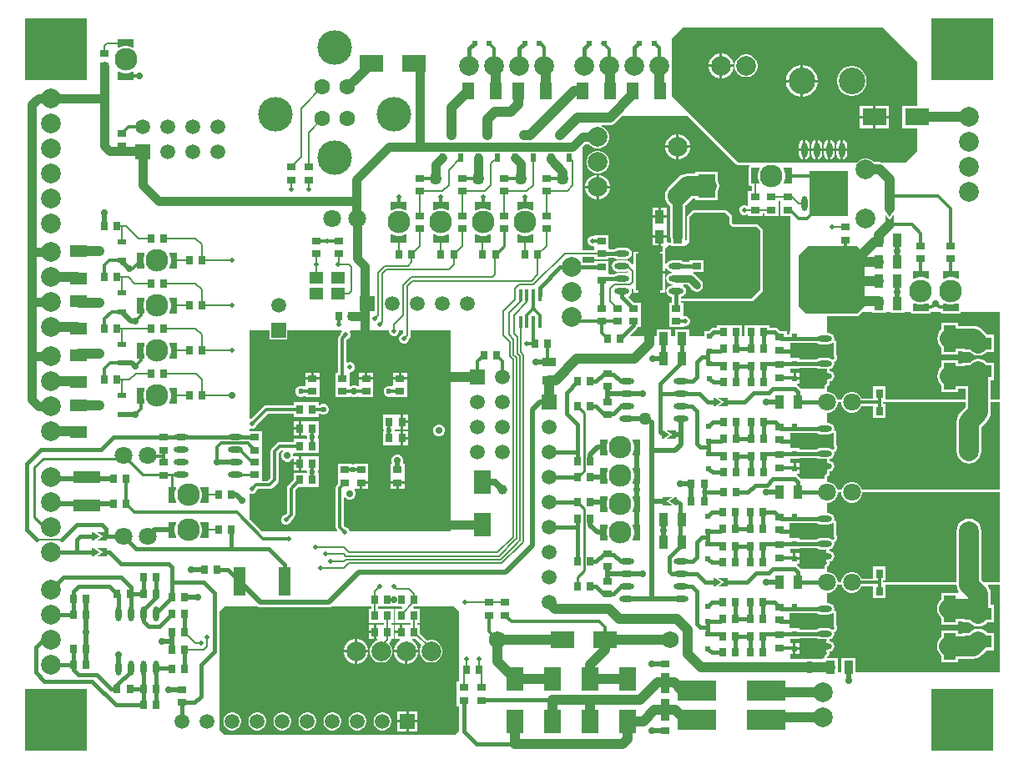
<source format=gbl>
G04*
G04 #@! TF.GenerationSoftware,Altium Limited,Altium Designer,22.8.2 (66)*
G04*
G04 Layer_Physical_Order=4*
G04 Layer_Color=16711680*
%FSLAX44Y44*%
%MOMM*%
G71*
G04*
G04 #@! TF.SameCoordinates,7C791F3D-23B4-47E1-85F3-5240A64D0DC6*
G04*
G04*
G04 #@! TF.FilePolarity,Positive*
G04*
G01*
G75*
%ADD10C,0.2000*%
%ADD12C,0.2500*%
%ADD15C,0.3000*%
%ADD38C,0.9000*%
%ADD39C,1.0000*%
%ADD40C,0.3810*%
%ADD41C,2.3000*%
%ADD42C,2.0000*%
%ADD43C,1.8000*%
%ADD44R,1.5000X1.5000*%
%ADD45C,1.5000*%
%ADD46R,1.5000X1.5000*%
%ADD47C,1.7500*%
%ADD48C,2.7000*%
%ADD49C,3.5000*%
%ADD50C,1.6000*%
%ADD51R,6.3500X6.3500*%
%ADD52C,0.7000*%
%ADD53C,0.5000*%
%ADD54C,0.6000*%
%ADD55C,1.0000*%
%ADD56C,0.4900*%
%ADD57C,0.8000*%
%ADD58C,1.2700*%
%ADD74R,0.4000X1.6000*%
%ADD75R,2.7500X1.2500*%
%ADD76R,1.2500X2.7500*%
%ADD77O,1.5000X0.6000*%
%ADD78R,0.9500X0.7000*%
%ADD79R,5.6500X6.7000*%
%ADD80R,1.2000X2.9500*%
%ADD81R,1.6000X0.4000*%
%ADD82R,0.6000X0.5000*%
%ADD83O,0.6000X1.5000*%
%AMCUSTOMSHAPE84*
4,1,5,-0.0508,0.4064,-0.6096,0.0000,0.0000,-0.4064,0.2032,-0.4064,0.2032,0.4064,-0.0508,0.4064,0.0*%
%ADD84CUSTOMSHAPE84*%

%AMCUSTOMSHAPE85*
4,1,5,-0.0952,0.4064,-0.0952,-0.4064,0.9144,-0.4064,0.3048,0.0000,0.8636,0.4064,-0.0952,0.4064,0.0*%
%ADD85CUSTOMSHAPE85*%

%ADD86R,0.7000X0.9500*%
%ADD87R,1.4000X1.2000*%
%ADD88R,1.7500X2.4500*%
%ADD89R,2.4500X1.7500*%
%ADD90R,1.2500X1.7500*%
%ADD91R,0.6000X0.9000*%
%AMCUSTOMSHAPE92*
4,1,5,0.0952,-0.4064,0.0952,0.4064,-0.9144,0.4064,-0.3048,0.0000,-0.8636,-0.4064,0.0952,-0.4064,0.0*%
%ADD92CUSTOMSHAPE92*%

%AMCUSTOMSHAPE93*
4,1,5,0.0508,-0.4064,0.6096,0.0000,0.0000,0.4064,-0.2032,0.4064,-0.2032,-0.4064,0.0508,-0.4064,0.0*%
%ADD93CUSTOMSHAPE93*%

%ADD94R,1.4000X0.9500*%
%ADD95O,0.4000X1.2200*%
G04:AMPARAMS|DCode=96|XSize=4.3mm|YSize=4.8mm|CornerRadius=1.075mm|HoleSize=0mm|Usage=FLASHONLY|Rotation=0.000|XOffset=0mm|YOffset=0mm|HoleType=Round|Shape=RoundedRectangle|*
%AMROUNDEDRECTD96*
21,1,4.3000,2.6500,0,0,0.0*
21,1,2.1500,4.8000,0,0,0.0*
1,1,2.1500,1.0750,-1.3250*
1,1,2.1500,-1.0750,-1.3250*
1,1,2.1500,-1.0750,1.3250*
1,1,2.1500,1.0750,1.3250*
%
%ADD96ROUNDEDRECTD96*%
%ADD97R,0.9500X1.4000*%
%AMCUSTOMSHAPE98*
4,1,5,-0.4064,-0.0952,0.4064,-0.0952,0.4064,0.9144,0.0000,0.3048,-0.4064,0.8636,-0.4064,-0.0952,0.0*%
%ADD98CUSTOMSHAPE98*%

%AMCUSTOMSHAPE99*
4,1,5,-0.4064,-0.0508,0.0000,-0.6096,0.4064,0.0000,0.4064,0.2032,-0.4064,0.2032,-0.4064,-0.0508,0.0*%
%ADD99CUSTOMSHAPE99*%

%ADD100R,2.7100X3.7000*%
%ADD101R,4.0000X2.0000*%
%AMCUSTOMSHAPE102*
4,1,14,-3.9883,-2.1400,-2.5883,-2.1400,-2.5883,-1.6750,-1.6884,-1.6750,-1.6934,-2.1400,-0.2884,-2.1400,-0.2884,-1.6750,0.8516,-1.6750,0.8516,-0.9250,0.2916,-0.9250,0.2916,-0.3450,0.8516,-0.3450,0.8516,0.4050,-3.9883,0.4050,-3.9883,-2.1400,0.0*%
%ADD102CUSTOMSHAPE102*%

%AMCUSTOMSHAPE103*
4,1,14,-3.9883,2.1400,-2.5883,2.1400,-2.5883,1.6750,-1.6884,1.6750,-1.6934,2.1400,-0.2884,2.1400,-0.2884,1.6750,0.8516,1.6750,0.8516,0.9250,0.2916,0.9250,0.2916,0.3450,0.8516,0.3450,0.8516,-0.4050,-3.9883,-0.4050,-3.9883,2.1400,0.0*%
%ADD103CUSTOMSHAPE103*%

%ADD104R,0.5000X0.6000*%
%ADD105R,0.9000X0.6000*%
%ADD106R,1.7500X1.2500*%
%ADD107C,0.5000*%
%ADD108C,2.0000*%
%ADD109C,0.7000*%
%ADD110C,0.7300*%
%ADD111R,3.8802X4.5459*%
%ADD112R,2.7900X1.4892*%
%ADD113R,8.0460X8.1280*%
%ADD114R,2.2000X5.5000*%
G36*
X578230Y1113590D02*
X576540D01*
X576539Y1113588D01*
X576539Y1113588D01*
X575038Y1114238D01*
X571862Y1114995D01*
X568597D01*
X565421Y1114238D01*
X563921Y1113588D01*
X563920Y1113590D01*
X562230D01*
Y1121590D01*
X578230D01*
Y1113590D01*
D02*
G37*
G36*
X576540Y1088590D02*
X578230D01*
Y1080590D01*
X562230D01*
Y1088590D01*
X563920D01*
X563921Y1088592D01*
X565421Y1087942D01*
X568597Y1087186D01*
X571862D01*
X575038Y1087942D01*
X576539Y1088592D01*
X576539D01*
X576540Y1088590D01*
D02*
G37*
G36*
X1104614Y1043940D02*
X1140463Y1043940D01*
X1189514Y994889D01*
X1190354Y994327D01*
X1191345Y994130D01*
X1202702D01*
X1203087Y992860D01*
X1203029Y992821D01*
X1202467Y991981D01*
X1202270Y990990D01*
Y974990D01*
X1202467Y973999D01*
X1203029Y973159D01*
X1203869Y972597D01*
X1204320Y972508D01*
Y972450D01*
X1204610D01*
X1204860Y972400D01*
X1205241D01*
Y967460D01*
X1201560D01*
Y955730D01*
X1201560Y955380D01*
Y954460D01*
X1201560Y954110D01*
Y953323D01*
X1200951Y952959D01*
X1200290Y952711D01*
X1198603Y953410D01*
X1196617D01*
X1194783Y952650D01*
X1193380Y951247D01*
X1192620Y949413D01*
Y947427D01*
X1193380Y945593D01*
X1194783Y944190D01*
X1196617Y943430D01*
X1198603D01*
X1200290Y944129D01*
X1200951Y943882D01*
X1201560Y943517D01*
Y942380D01*
X1216140D01*
Y944811D01*
X1218070D01*
Y942380D01*
X1232650D01*
Y954110D01*
X1232650Y954460D01*
Y955380D01*
X1232650Y955730D01*
Y957811D01*
X1234580D01*
Y955380D01*
X1234580D01*
Y954460D01*
X1234580D01*
Y942380D01*
X1244215D01*
X1244380Y942215D01*
X1244390Y924028D01*
Y825720D01*
X1243850D01*
Y822412D01*
X1240940D01*
Y825340D01*
X1234019D01*
X1231925Y827435D01*
X1230454Y828417D01*
X1228720Y828762D01*
X1223330D01*
Y831520D01*
X1211250D01*
Y831520D01*
X1210330D01*
Y831520D01*
X1198250D01*
Y820300D01*
X1195390D01*
Y831520D01*
X1183310D01*
Y831520D01*
X1182390D01*
Y831520D01*
X1170310D01*
Y828762D01*
X1166580D01*
X1166580Y828762D01*
X1164846Y828417D01*
X1163375Y827435D01*
X1161661Y825720D01*
X1157490D01*
Y820300D01*
X1141760D01*
Y827420D01*
X1127180D01*
Y820300D01*
X1123260D01*
Y827420D01*
X1108680D01*
Y820300D01*
X1082289D01*
X1081803Y821473D01*
X1088555Y828225D01*
X1089387Y829470D01*
X1092640D01*
Y841200D01*
X1092640Y841550D01*
Y842470D01*
X1092640Y842820D01*
Y854550D01*
X1085719D01*
X1080497Y859772D01*
X1080790Y861275D01*
X1082094Y862146D01*
X1083318Y863978D01*
X1083748Y866140D01*
X1083352Y868136D01*
X1083740Y868611D01*
X1085010Y868158D01*
Y864150D01*
X1099830D01*
Y885190D01*
Y906230D01*
X1085010D01*
Y894000D01*
X1083740Y893267D01*
X1083362Y893486D01*
X1083318Y893702D01*
X1082094Y895534D01*
X1080262Y896759D01*
X1078100Y897188D01*
X1069100D01*
X1066938Y896759D01*
X1065106Y895534D01*
X1063881Y893702D01*
X1063452Y891540D01*
X1063881Y889378D01*
X1065106Y887546D01*
X1066938Y886321D01*
X1069100Y885891D01*
X1078100D01*
X1078863Y886043D01*
X1079765Y885172D01*
X1078631Y884383D01*
X1078100Y884489D01*
X1069100D01*
X1066938Y884059D01*
X1065911Y883372D01*
X1060777D01*
X1060120Y884370D01*
X1060120Y884720D01*
Y896450D01*
X1045540D01*
Y894802D01*
X1033780D01*
Y900481D01*
X1045540D01*
Y898050D01*
X1060120D01*
Y899708D01*
X1065911D01*
X1066938Y899021D01*
X1069100Y898592D01*
X1078100D01*
X1080262Y899021D01*
X1082094Y900246D01*
X1083318Y902078D01*
X1083748Y904240D01*
X1083318Y906402D01*
X1082094Y908234D01*
X1080262Y909459D01*
X1078100Y909889D01*
X1069100D01*
X1066938Y909459D01*
X1065911Y908772D01*
X1061018D01*
X1060120Y909670D01*
Y911050D01*
X1060120Y911400D01*
Y923130D01*
X1045540D01*
Y922680D01*
X1044642Y922080D01*
X1042657D01*
X1040823Y921320D01*
X1039420Y919917D01*
X1038660Y918083D01*
Y916097D01*
X1039420Y914263D01*
X1040823Y912860D01*
X1042657Y912100D01*
X1044518D01*
X1045540Y911202D01*
Y910130D01*
X1045540Y909780D01*
Y907699D01*
X1033780D01*
Y1012308D01*
X1036721Y1015249D01*
X1039829D01*
X1041946Y1013132D01*
X1044573Y1011615D01*
X1047503Y1010830D01*
X1050537D01*
X1053467Y1011615D01*
X1056094Y1013132D01*
X1058238Y1015276D01*
X1059755Y1017903D01*
X1060540Y1020833D01*
Y1023867D01*
X1059755Y1026797D01*
X1058238Y1029424D01*
X1056094Y1031568D01*
X1053467Y1033085D01*
X1053168Y1033165D01*
X1053335Y1034435D01*
X1061270D01*
X1063238Y1034694D01*
X1065073Y1035454D01*
X1066648Y1036662D01*
X1073925Y1043940D01*
X1104614D01*
D02*
G37*
G36*
X1372780Y1098640D02*
X1372780Y1063200D01*
Y1054050D01*
X1357990D01*
Y1031470D01*
X1372780D01*
X1372780Y1008290D01*
X1361210Y996720D01*
X1336404D01*
X1334770Y996935D01*
X1329487D01*
X1327874Y998548D01*
X1325247Y1000065D01*
X1322317Y1000850D01*
X1319283D01*
X1316353Y1000065D01*
X1313727Y998548D01*
X1311898Y996720D01*
X1191600D01*
X1191365Y996767D01*
X1191165Y996900D01*
X1124260Y1063805D01*
Y1122450D01*
X1135690Y1133880D01*
X1337540D01*
X1372780Y1098640D01*
D02*
G37*
G36*
X1245860Y974990D02*
X1237860D01*
Y976680D01*
X1237858Y976681D01*
X1238508Y978182D01*
X1239265Y981357D01*
Y984622D01*
X1238508Y987798D01*
X1237858Y989299D01*
X1237858Y989299D01*
X1237860Y989300D01*
Y990990D01*
X1245860D01*
Y974990D01*
D02*
G37*
G36*
X1212860Y989300D02*
X1212862Y989299D01*
Y989299D01*
X1212212Y987798D01*
X1211456Y984622D01*
Y981357D01*
X1212212Y978182D01*
X1212862Y976681D01*
X1212860Y976680D01*
Y974990D01*
X1204860D01*
Y990990D01*
X1212860D01*
Y989300D01*
D02*
G37*
G36*
X983360Y948410D02*
X981670D01*
X981669Y948408D01*
X980168Y949058D01*
X976992Y949815D01*
X973727D01*
X970551Y949058D01*
X969051Y948408D01*
Y948408D01*
X969050Y948410D01*
X967360D01*
Y956410D01*
X983360D01*
Y948410D01*
D02*
G37*
G36*
X940603D02*
X938913D01*
X938912Y948408D01*
X937412Y949058D01*
X934236Y949815D01*
X930971D01*
X927795Y949058D01*
X926294Y948408D01*
Y948408D01*
X926293Y948410D01*
X924603D01*
Y956410D01*
X940603D01*
Y948410D01*
D02*
G37*
G36*
X897847D02*
X896156D01*
X896155Y948408D01*
X894655Y949058D01*
X891479Y949815D01*
X888214D01*
X885038Y949058D01*
X883538Y948408D01*
Y948408D01*
X883537Y948410D01*
X881847D01*
Y956410D01*
X897847D01*
Y948410D01*
D02*
G37*
G36*
X855090D02*
X853400D01*
X853399Y948408D01*
X851898Y949058D01*
X848722Y949815D01*
X845458D01*
X842281Y949058D01*
X840781Y948408D01*
Y948408D01*
X840780Y948410D01*
X839090D01*
Y956410D01*
X855090D01*
Y948410D01*
D02*
G37*
G36*
X981670Y923410D02*
X983360D01*
Y915410D01*
X967360D01*
Y923410D01*
X969050D01*
X969051Y923412D01*
X970551Y922762D01*
X973727Y922005D01*
X976992D01*
X980168Y922762D01*
X981669Y923412D01*
X981670Y923410D01*
D02*
G37*
G36*
X938913D02*
X940603D01*
Y915410D01*
X924603D01*
Y923410D01*
X926293D01*
X926294Y923412D01*
X927795Y922762D01*
X930971Y922005D01*
X934236D01*
X937412Y922762D01*
X938912Y923412D01*
X938913Y923410D01*
D02*
G37*
G36*
X896156D02*
X897847D01*
Y915410D01*
X881847D01*
Y923410D01*
X883537D01*
X883538Y923412D01*
X885038Y922762D01*
X888214Y922005D01*
X891479D01*
X894655Y922762D01*
X896155Y923412D01*
X896156Y923410D01*
D02*
G37*
G36*
X853400D02*
X855090D01*
Y915410D01*
X839090D01*
Y923410D01*
X840780D01*
X840781Y923412D01*
X842281Y922762D01*
X845458Y922005D01*
X848722D01*
X851898Y922762D01*
X853399Y923412D01*
X853400Y923410D01*
D02*
G37*
G36*
X622480Y889100D02*
X614480D01*
Y890790D01*
X614478Y890791D01*
X614478D01*
X615128Y892291D01*
X615885Y895467D01*
Y898732D01*
X615128Y901908D01*
X614478Y903409D01*
X614480Y903410D01*
Y905100D01*
X622480D01*
Y889100D01*
D02*
G37*
G36*
X589480Y903410D02*
X589482Y903409D01*
X588832Y901908D01*
X588075Y898732D01*
Y895467D01*
X588832Y892291D01*
X589482Y890791D01*
X589480Y890790D01*
Y889100D01*
X581480D01*
Y905100D01*
X589480D01*
Y903410D01*
D02*
G37*
G36*
X1415160Y878640D02*
X1413470D01*
X1413469Y878638D01*
X1413469Y878638D01*
X1411969Y879288D01*
X1408792Y880044D01*
X1405527D01*
X1402352Y879288D01*
X1400851Y878638D01*
X1400850Y878640D01*
X1399160D01*
Y886640D01*
X1415160D01*
Y878640D01*
D02*
G37*
G36*
X1384680D02*
X1382990D01*
X1382989Y878638D01*
X1382989Y878638D01*
X1381488Y879288D01*
X1378312Y880044D01*
X1375047D01*
X1371871Y879288D01*
X1370371Y878638D01*
X1370370Y878640D01*
X1368680D01*
Y886640D01*
X1384680D01*
Y878640D01*
D02*
G37*
G36*
X1413470Y853640D02*
X1415160D01*
Y845640D01*
X1399160D01*
Y853640D01*
X1400850D01*
X1400851Y853642D01*
X1402352Y852992D01*
X1405527Y852235D01*
X1408792D01*
X1411969Y852992D01*
X1413469Y853642D01*
X1413469D01*
X1413470Y853640D01*
D02*
G37*
G36*
X1382990D02*
X1384680D01*
Y845640D01*
X1368680D01*
Y853640D01*
X1370370D01*
X1370371Y853642D01*
X1371871Y852992D01*
X1375047Y852235D01*
X1378312D01*
X1381488Y852992D01*
X1382989Y853642D01*
X1382989D01*
X1382990Y853640D01*
D02*
G37*
G36*
X622480Y843380D02*
X614480D01*
Y845070D01*
X614478Y845071D01*
X614478D01*
X615128Y846571D01*
X615885Y849747D01*
Y853012D01*
X615128Y856188D01*
X614478Y857689D01*
X614480Y857690D01*
Y859380D01*
X622480D01*
Y843380D01*
D02*
G37*
G36*
X589480Y857690D02*
X589482Y857689D01*
X588832Y856188D01*
X588075Y853012D01*
Y849747D01*
X588832Y846571D01*
X589482Y845071D01*
X589480Y845070D01*
Y843380D01*
X581480D01*
Y859380D01*
X589480D01*
Y857690D01*
D02*
G37*
G36*
X1319530Y904240D02*
Y850529D01*
X1312281Y843280D01*
X1259840D01*
X1252620Y850500D01*
X1252620Y902100D01*
X1262380Y911860D01*
X1311910D01*
X1319530Y904240D01*
D02*
G37*
G36*
X1456520Y755701D02*
X1447748D01*
Y775791D01*
X1451390D01*
Y793371D01*
X1444162D01*
X1444044Y793524D01*
X1441424Y795535D01*
X1438374Y796798D01*
X1435100Y797229D01*
X1431826Y796798D01*
X1428776Y795535D01*
X1426156Y793524D01*
X1426003Y793371D01*
X1418810D01*
Y792428D01*
X1414960D01*
Y796070D01*
X1397380D01*
Y788842D01*
X1397226Y788724D01*
X1395216Y786104D01*
X1393953Y783054D01*
X1393522Y779780D01*
X1393953Y776506D01*
X1395216Y773456D01*
X1397226Y770836D01*
X1397380Y770718D01*
Y763490D01*
X1414960D01*
Y767132D01*
X1422452D01*
Y755701D01*
X1340660D01*
Y769290D01*
X1328580D01*
Y757230D01*
X1316599D01*
X1315248Y759570D01*
X1313289Y761529D01*
X1310891Y762914D01*
X1308215Y763631D01*
X1305445D01*
X1302769Y762914D01*
X1300370Y761529D01*
X1298412Y759570D01*
X1297027Y757171D01*
X1296616Y755640D01*
X1296310Y755701D01*
X1292350D01*
X1292043Y755640D01*
X1291633Y757171D01*
X1290248Y759570D01*
X1288289Y761529D01*
X1285891Y762914D01*
X1283215Y763631D01*
X1281830D01*
Y769350D01*
X1282821Y769547D01*
X1283661Y770109D01*
X1284223Y770949D01*
X1284420Y771940D01*
Y774368D01*
X1285392Y774561D01*
X1287224Y775786D01*
X1288449Y777618D01*
X1288878Y779780D01*
X1288449Y781942D01*
X1287224Y783774D01*
X1285392Y784999D01*
X1284420Y785192D01*
Y786832D01*
X1284374Y787059D01*
X1285392Y787261D01*
X1287224Y788486D01*
X1288449Y790318D01*
X1288878Y792480D01*
X1288601Y793875D01*
X1288954Y793950D01*
X1289320Y794107D01*
X1289698Y794233D01*
X1289937Y794369D01*
X1290007Y794430D01*
X1290094Y794466D01*
X1290387Y794759D01*
X1290700Y795030D01*
X1290742Y795114D01*
X1290808Y795180D01*
X1290967Y795563D01*
X1291152Y795934D01*
X1291159Y796027D01*
X1291195Y796114D01*
X1291274Y796511D01*
X1291549Y796922D01*
X1291709Y797308D01*
X1291895Y797681D01*
X1291901Y797772D01*
X1291936Y797856D01*
Y798273D01*
X1291965Y798689D01*
X1291815Y799858D01*
X1291786Y799944D01*
Y800035D01*
X1291627Y800420D01*
X1291494Y800816D01*
X1291434Y800885D01*
X1291400Y800968D01*
X1291278Y801151D01*
X1291231Y801387D01*
Y813720D01*
X1291206Y813847D01*
X1291218Y813974D01*
X1291108Y814338D01*
X1291034Y814712D01*
X1290962Y814818D01*
X1290925Y814941D01*
X1290684Y815235D01*
X1290472Y815552D01*
X1290365Y815623D01*
X1290284Y815722D01*
X1289948Y815902D01*
X1289632Y816113D01*
X1288717Y817070D01*
X1288878Y817880D01*
X1288449Y820042D01*
X1287224Y821874D01*
X1285392Y823099D01*
X1283230Y823529D01*
X1281830D01*
Y840690D01*
X1312281D01*
X1313272Y840887D01*
X1314112Y841449D01*
X1314112Y841449D01*
X1317214Y844551D01*
X1327120D01*
Y844102D01*
X1341700D01*
Y844551D01*
X1345620D01*
Y844102D01*
X1360200D01*
Y844551D01*
X1366353D01*
X1366849Y843809D01*
X1367689Y843247D01*
X1368680Y843050D01*
X1384680D01*
X1385671Y843247D01*
X1386511Y843809D01*
X1387007Y844551D01*
X1396833D01*
X1397329Y843809D01*
X1398169Y843247D01*
X1399160Y843050D01*
X1415160D01*
X1416151Y843247D01*
X1416991Y843809D01*
X1417487Y844551D01*
X1456520D01*
Y755701D01*
D02*
G37*
G36*
X899560Y621900D02*
X797550D01*
Y622023D01*
X796790Y623857D01*
X795387Y625260D01*
X793553Y626020D01*
X793395D01*
X791519Y627896D01*
Y656135D01*
X792789Y656629D01*
X794139Y655279D01*
X796359Y654360D01*
X798761D01*
X800981Y655279D01*
X802681Y656979D01*
X803600Y659199D01*
Y661601D01*
X802681Y663821D01*
X802132Y664370D01*
X802658Y665640D01*
X807720D01*
Y671680D01*
X808990D01*
Y672950D01*
X816280D01*
Y677370D01*
X816280Y677720D01*
Y678640D01*
X816280Y678990D01*
Y690720D01*
X801700D01*
Y690220D01*
X799770D01*
Y690720D01*
X785190D01*
Y678990D01*
X785190Y678640D01*
Y677720D01*
X785190Y677370D01*
Y670215D01*
X784487Y669513D01*
X783594Y668176D01*
X783281Y666600D01*
Y626190D01*
X783594Y624614D01*
X784487Y623277D01*
X784691Y623073D01*
X784205Y621900D01*
X708070D01*
X695560Y634410D01*
Y659922D01*
X696830Y660771D01*
X697507Y660490D01*
X699493D01*
X701327Y661250D01*
X702730Y662653D01*
X703490Y664487D01*
Y664645D01*
X704016Y665171D01*
X716280D01*
X717856Y665484D01*
X719193Y666377D01*
X724273Y671457D01*
X725166Y672794D01*
X725479Y674370D01*
Y701874D01*
X728146Y704541D01*
X729363D01*
X729889Y703271D01*
X728940Y702321D01*
X728020Y700101D01*
Y697699D01*
X728940Y695479D01*
X730639Y693780D01*
X732859Y692860D01*
X735261D01*
X737481Y693780D01*
X739181Y695479D01*
X739300Y695767D01*
X740570Y695515D01*
Y692150D01*
X745340D01*
Y698170D01*
X741370D01*
X740570Y698170D01*
X740100Y699245D01*
Y700101D01*
X740003Y700335D01*
X740949Y701370D01*
X752300D01*
X752650Y701370D01*
X753570D01*
X753920Y701370D01*
X765650D01*
Y715950D01*
X765650D01*
X765052Y716845D01*
X765150Y717083D01*
Y719150D01*
X765650D01*
Y733730D01*
X753920D01*
X753570Y733730D01*
X752650D01*
X752300Y733730D01*
X747880D01*
Y726440D01*
Y719150D01*
X752300D01*
X752650Y719150D01*
X753570D01*
X754070Y718650D01*
Y717083D01*
X754105Y716998D01*
X753404Y715950D01*
X752650D01*
X752300Y715950D01*
X740570D01*
Y712779D01*
X726440D01*
X724864Y712466D01*
X723527Y711573D01*
X718447Y706493D01*
X717554Y705156D01*
X717241Y703580D01*
Y676076D01*
X714574Y673409D01*
X709529D01*
X708330Y673580D01*
Y685660D01*
X708330D01*
Y686580D01*
X708330D01*
Y697410D01*
X708330Y698660D01*
X708330D01*
Y698680D01*
X708330D01*
Y710410D01*
X708330Y710760D01*
X708330D01*
Y711680D01*
X708330D01*
Y723760D01*
X695560D01*
Y725962D01*
X696830Y726811D01*
X697507Y726530D01*
X699493D01*
X701327Y727290D01*
X702730Y728693D01*
X703490Y730527D01*
Y730685D01*
X714549Y741743D01*
X740625D01*
Y738573D01*
X752355D01*
X752705Y738573D01*
X753625D01*
X753975Y738573D01*
X765705D01*
Y741743D01*
X767229D01*
X767806Y741166D01*
X769843Y740323D01*
X772047D01*
X774083Y741166D01*
X775641Y742725D01*
X776485Y744761D01*
Y746965D01*
X775641Y749001D01*
X774083Y750559D01*
X772047Y751403D01*
X769843D01*
X767806Y750559D01*
X767229Y749982D01*
X765705D01*
Y753153D01*
X753975D01*
X753625Y753153D01*
X752705D01*
X752355Y753153D01*
X740625D01*
Y749982D01*
X712843D01*
X711266Y749668D01*
X709930Y748775D01*
X697665Y736510D01*
X697507D01*
X696830Y736229D01*
X695560Y737078D01*
Y825900D01*
X716150D01*
Y817362D01*
X734190D01*
Y825900D01*
X788920D01*
X789446Y824630D01*
X789242Y824427D01*
X788483Y822593D01*
Y822435D01*
X787027Y820980D01*
X786134Y819644D01*
X785821Y818067D01*
Y783430D01*
X782650D01*
Y771700D01*
X782650Y771350D01*
Y770430D01*
X782650Y770080D01*
Y758350D01*
X797230D01*
Y758827D01*
X798500Y759353D01*
X798584Y759269D01*
X800804Y758350D01*
X803206D01*
X805426Y759269D01*
X805510Y759353D01*
X806780Y758827D01*
Y758350D01*
X821360D01*
Y770080D01*
X821360Y770430D01*
Y771350D01*
X821360Y771700D01*
Y776120D01*
X806780D01*
Y771700D01*
X806780Y771350D01*
Y770430D01*
X806780Y769953D01*
X805510Y769427D01*
X805426Y769510D01*
X803206Y770430D01*
X800804D01*
X798584Y769510D01*
X798500Y769427D01*
X797230Y769953D01*
X797230Y770430D01*
Y771350D01*
X797230Y771700D01*
Y782683D01*
X797230Y783430D01*
X798396Y783680D01*
X798553D01*
X800387Y784440D01*
X801790Y785843D01*
X802550Y787677D01*
Y789663D01*
X801790Y791497D01*
X800387Y792900D01*
X798553Y793660D01*
X796567D01*
X795329Y793147D01*
X794059Y793885D01*
Y816361D01*
X794308Y816610D01*
X794465D01*
X796299Y817370D01*
X797703Y818773D01*
X798463Y820607D01*
Y822593D01*
X797703Y824427D01*
X797499Y824630D01*
X798026Y825900D01*
X837570D01*
Y824507D01*
X838330Y822673D01*
X839733Y821270D01*
X841567Y820510D01*
X843553D01*
X845387Y821270D01*
X846790Y822673D01*
X847550Y824507D01*
Y825900D01*
X851863D01*
Y822870D01*
X851567D01*
X849733Y822110D01*
X848330Y820707D01*
X847570Y818873D01*
Y816887D01*
X848330Y815053D01*
X849733Y813650D01*
X851567Y812890D01*
X853553D01*
X855387Y813650D01*
X856790Y815053D01*
X857550Y816887D01*
Y817766D01*
X858024Y818240D01*
X858807Y819411D01*
X859081Y820792D01*
X859081Y820792D01*
Y825900D01*
X899560D01*
Y621900D01*
D02*
G37*
G36*
X1288641Y813720D02*
Y801132D01*
X1288838Y800141D01*
X1289246Y799530D01*
X1289396Y798361D01*
X1288834Y797521D01*
X1288655Y796619D01*
X1288416Y796483D01*
X1287367Y796260D01*
X1287224Y796474D01*
X1285392Y797699D01*
X1283230Y798129D01*
X1274230D01*
X1272068Y797699D01*
X1271041Y797012D01*
X1253930D01*
Y798020D01*
X1244390D01*
Y813348D01*
X1271041D01*
X1272068Y812661D01*
X1274230Y812232D01*
X1283230D01*
X1285392Y812661D01*
X1287224Y813886D01*
X1287371Y814106D01*
X1288641Y813720D01*
D02*
G37*
G36*
X622480Y797660D02*
X614480D01*
Y799350D01*
X614478Y799351D01*
X614478D01*
X615128Y800851D01*
X615885Y804027D01*
Y807292D01*
X615128Y810469D01*
X614478Y811969D01*
X614480Y811970D01*
Y813660D01*
X622480D01*
Y797660D01*
D02*
G37*
G36*
X589480Y811970D02*
X589482Y811969D01*
X588832Y810469D01*
X588075Y807292D01*
Y804027D01*
X588832Y800851D01*
X589482Y799351D01*
X589480Y799350D01*
Y797660D01*
X581480D01*
Y813660D01*
X589480D01*
Y811970D01*
D02*
G37*
G36*
X1272068Y787261D02*
X1274230Y786832D01*
X1281830D01*
Y785428D01*
X1280000D01*
Y779780D01*
Y774131D01*
X1281830D01*
Y772195D01*
X1281788Y771982D01*
X1281325Y771890D01*
X1281089Y771793D01*
X1280839Y771743D01*
X1280627Y771601D01*
X1280391Y771504D01*
X1280211Y771323D01*
X1279999Y771181D01*
X1279857Y770969D01*
X1279677Y770789D01*
X1279579Y770553D01*
X1279437Y770341D01*
X1279388Y770091D01*
X1279290Y769855D01*
Y769600D01*
X1279240Y769350D01*
Y767080D01*
X1254820D01*
X1251615Y770285D01*
X1251039Y770670D01*
X1251424Y771940D01*
X1253930D01*
Y776210D01*
X1248890D01*
Y777480D01*
X1247620D01*
Y783020D01*
X1244600D01*
Y786940D01*
X1253930D01*
Y787948D01*
X1271041D01*
X1272068Y787261D01*
D02*
G37*
G36*
X622480Y751940D02*
X614480D01*
Y753630D01*
X614478Y753631D01*
X614478D01*
X615128Y755132D01*
X615885Y758308D01*
Y761572D01*
X615128Y764749D01*
X614478Y766249D01*
X614480Y766250D01*
Y767940D01*
X622480D01*
Y751940D01*
D02*
G37*
G36*
X589480Y766250D02*
X589482Y766249D01*
X588832Y764749D01*
X588075Y761572D01*
Y758308D01*
X588832Y755132D01*
X589482Y753631D01*
X589480Y753630D01*
Y751940D01*
X581480D01*
Y767940D01*
X589480D01*
Y766250D01*
D02*
G37*
G36*
X1288641Y722281D02*
Y709692D01*
X1288838Y708701D01*
X1289246Y708090D01*
X1289396Y706921D01*
X1288834Y706081D01*
X1288655Y705179D01*
X1288416Y705043D01*
X1287367Y704820D01*
X1287224Y705034D01*
X1285392Y706259D01*
X1283230Y706689D01*
X1274230D01*
X1272068Y706259D01*
X1271041Y705572D01*
X1253930D01*
Y706580D01*
X1244600D01*
Y721908D01*
X1271041D01*
X1272068Y721221D01*
X1274230Y720791D01*
X1283230D01*
X1285392Y721221D01*
X1287224Y722446D01*
X1287371Y722666D01*
X1288641Y722281D01*
D02*
G37*
G36*
X1092300Y699390D02*
X1084300D01*
Y701080D01*
X1084298Y701081D01*
X1084949Y702581D01*
X1085705Y705758D01*
Y709022D01*
X1084949Y712198D01*
X1084298Y713699D01*
X1084298Y713699D01*
X1084300Y713700D01*
Y715390D01*
X1092300D01*
Y699390D01*
D02*
G37*
G36*
X1059300Y713700D02*
X1059302Y713699D01*
Y713699D01*
X1058652Y712198D01*
X1057896Y709022D01*
Y705758D01*
X1058652Y702581D01*
X1059302Y701081D01*
X1059300Y701080D01*
Y699390D01*
X1051300D01*
Y715390D01*
X1059300D01*
Y713700D01*
D02*
G37*
G36*
X1456520Y664260D02*
X1317350D01*
X1317043Y664199D01*
X1316633Y665731D01*
X1315248Y668129D01*
X1313289Y670088D01*
X1310891Y671473D01*
X1308215Y672190D01*
X1305445D01*
X1302769Y671473D01*
X1300370Y670088D01*
X1298412Y668129D01*
X1297027Y665731D01*
X1296616Y664199D01*
X1296310Y664260D01*
X1292350D01*
X1292043Y664199D01*
X1291633Y665731D01*
X1290248Y668129D01*
X1288289Y670088D01*
X1285891Y671473D01*
X1283215Y672190D01*
X1281830D01*
Y677910D01*
X1282821Y678107D01*
X1283661Y678669D01*
X1284223Y679509D01*
X1284420Y680500D01*
Y682928D01*
X1285392Y683121D01*
X1287224Y684346D01*
X1288449Y686178D01*
X1288878Y688340D01*
X1288449Y690502D01*
X1287224Y692334D01*
X1285392Y693559D01*
X1284420Y693752D01*
Y695391D01*
X1284374Y695619D01*
X1285392Y695821D01*
X1287224Y697046D01*
X1288449Y698878D01*
X1288878Y701040D01*
X1288601Y702435D01*
X1288954Y702510D01*
X1289320Y702667D01*
X1289698Y702793D01*
X1289937Y702929D01*
X1290007Y702990D01*
X1290094Y703026D01*
X1290387Y703319D01*
X1290700Y703590D01*
X1290742Y703674D01*
X1290808Y703740D01*
X1290967Y704123D01*
X1291152Y704494D01*
X1291159Y704587D01*
X1291195Y704674D01*
X1291274Y705071D01*
X1291549Y705482D01*
X1291709Y705868D01*
X1291895Y706241D01*
X1291901Y706332D01*
X1291936Y706416D01*
Y706833D01*
X1291965Y707249D01*
X1291815Y708418D01*
X1291786Y708504D01*
Y708595D01*
X1291627Y708980D01*
X1291494Y709376D01*
X1291434Y709445D01*
X1291400Y709529D01*
X1291278Y709711D01*
X1291231Y709947D01*
Y722281D01*
X1291206Y722406D01*
X1291218Y722534D01*
X1291108Y722898D01*
X1291034Y723272D01*
X1290962Y723378D01*
X1290925Y723501D01*
X1290684Y723795D01*
X1290472Y724112D01*
X1290365Y724183D01*
X1290284Y724282D01*
X1289948Y724462D01*
X1289632Y724673D01*
X1288717Y725630D01*
X1288878Y726440D01*
X1288449Y728602D01*
X1287224Y730434D01*
X1285392Y731659D01*
X1283230Y732088D01*
X1281830D01*
Y742591D01*
X1283215D01*
X1285891Y743308D01*
X1288289Y744693D01*
X1290248Y746651D01*
X1291633Y749050D01*
X1292350Y751726D01*
Y753111D01*
X1296310D01*
Y751726D01*
X1297027Y749050D01*
X1298412Y746651D01*
X1300370Y744693D01*
X1302769Y743308D01*
X1305445Y742591D01*
X1308215D01*
X1310891Y743308D01*
X1313289Y744693D01*
X1315248Y746651D01*
X1316599Y748992D01*
X1328580D01*
Y736930D01*
X1340660D01*
Y751510D01*
X1338739D01*
Y753111D01*
X1422452D01*
Y748189D01*
X1416636Y742374D01*
X1414626Y739754D01*
X1413363Y736704D01*
X1412932Y733430D01*
X1412932Y733430D01*
Y703670D01*
X1413363Y700396D01*
X1414626Y697346D01*
X1416636Y694726D01*
X1419256Y692716D01*
X1422306Y691453D01*
X1425580Y691022D01*
X1428854Y691453D01*
X1431904Y692716D01*
X1434524Y694726D01*
X1436534Y697346D01*
X1437797Y700396D01*
X1438228Y703670D01*
Y728191D01*
X1444043Y734006D01*
X1444044Y734006D01*
X1446054Y736626D01*
X1447317Y739676D01*
X1447748Y742950D01*
Y753111D01*
X1456520D01*
Y664260D01*
D02*
G37*
G36*
X1272068Y695821D02*
X1274230Y695391D01*
X1281830D01*
Y693988D01*
X1280000D01*
Y688340D01*
Y682691D01*
X1281830D01*
Y680755D01*
X1281788Y680542D01*
X1281325Y680450D01*
X1281089Y680353D01*
X1280839Y680303D01*
X1280627Y680161D01*
X1280391Y680064D01*
X1280211Y679883D01*
X1279999Y679742D01*
X1279857Y679529D01*
X1279677Y679349D01*
X1279579Y679113D01*
X1279437Y678901D01*
X1279388Y678651D01*
X1279290Y678416D01*
Y678160D01*
X1279240Y677910D01*
Y675640D01*
X1254819D01*
X1251615Y678845D01*
X1251038Y679230D01*
X1251423Y680500D01*
X1253930D01*
Y684770D01*
X1248890D01*
Y686040D01*
X1247620D01*
Y691580D01*
X1244600D01*
Y695500D01*
X1253930D01*
Y696508D01*
X1271041D01*
X1272068Y695821D01*
D02*
G37*
G36*
X1092300Y670603D02*
X1084300D01*
Y672293D01*
X1084298Y672294D01*
X1084949Y673795D01*
X1085705Y676971D01*
Y680236D01*
X1084949Y683412D01*
X1084298Y684912D01*
X1084298Y684912D01*
X1084300Y684913D01*
Y686603D01*
X1092300D01*
Y670603D01*
D02*
G37*
G36*
X1059300Y684913D02*
X1059302Y684912D01*
Y684912D01*
X1058652Y683412D01*
X1057896Y680236D01*
Y676971D01*
X1058652Y673795D01*
X1059302Y672294D01*
X1059300Y672293D01*
Y670603D01*
X1051300D01*
Y686603D01*
X1059300D01*
Y684913D01*
D02*
G37*
G36*
X1456520Y570230D02*
X1441174D01*
X1438228Y573176D01*
Y622390D01*
X1437797Y625664D01*
X1436534Y628714D01*
X1434524Y631334D01*
X1431904Y633344D01*
X1428854Y634607D01*
X1425580Y635038D01*
X1422306Y634607D01*
X1419256Y633344D01*
X1416636Y631334D01*
X1414626Y628714D01*
X1413363Y625664D01*
X1412932Y622390D01*
Y570230D01*
X1338739D01*
Y571830D01*
X1340660D01*
Y586410D01*
X1328580D01*
Y574349D01*
X1316599D01*
X1315248Y576689D01*
X1313289Y578648D01*
X1310891Y580033D01*
X1308215Y580750D01*
X1305445D01*
X1302769Y580033D01*
X1300370Y578648D01*
X1298412Y576689D01*
X1297027Y574291D01*
X1296310Y571615D01*
Y570230D01*
X1292350D01*
Y571615D01*
X1291633Y574291D01*
X1290248Y576689D01*
X1288289Y578648D01*
X1285891Y580033D01*
X1283215Y580750D01*
X1281830D01*
Y586416D01*
X1282341Y586517D01*
X1283181Y587079D01*
X1283743Y587919D01*
X1283940Y588910D01*
Y591393D01*
X1285392Y591681D01*
X1287224Y592906D01*
X1288449Y594738D01*
X1288878Y596900D01*
X1288449Y599062D01*
X1287224Y600894D01*
X1285392Y602119D01*
X1283940Y602407D01*
Y603801D01*
X1283884Y604082D01*
X1285392Y604381D01*
X1287224Y605606D01*
X1288449Y607438D01*
X1288878Y609600D01*
X1288601Y610995D01*
X1288954Y611070D01*
X1289320Y611227D01*
X1289698Y611353D01*
X1289937Y611489D01*
X1290007Y611550D01*
X1290094Y611586D01*
X1290387Y611879D01*
X1290700Y612150D01*
X1290742Y612234D01*
X1290808Y612300D01*
X1290967Y612683D01*
X1291152Y613054D01*
X1291159Y613147D01*
X1291195Y613234D01*
X1291274Y613631D01*
X1291549Y614042D01*
X1291709Y614428D01*
X1291895Y614801D01*
X1291901Y614892D01*
X1291936Y614976D01*
Y615393D01*
X1291965Y615809D01*
X1291815Y616978D01*
X1291786Y617064D01*
Y617155D01*
X1291627Y617540D01*
X1291494Y617936D01*
X1291434Y618005D01*
X1291400Y618088D01*
X1291278Y618271D01*
X1291231Y618507D01*
Y630840D01*
X1291206Y630966D01*
X1291218Y631094D01*
X1291108Y631458D01*
X1291034Y631832D01*
X1290962Y631938D01*
X1290925Y632061D01*
X1290684Y632355D01*
X1290472Y632672D01*
X1290365Y632743D01*
X1290284Y632842D01*
X1289948Y633022D01*
X1289632Y633233D01*
X1288717Y634190D01*
X1288878Y635000D01*
X1288449Y637162D01*
X1287224Y638994D01*
X1285392Y640219D01*
X1283230Y640648D01*
X1281830D01*
Y651150D01*
X1283215D01*
X1285891Y651867D01*
X1288289Y653252D01*
X1290248Y655211D01*
X1291633Y657609D01*
X1292350Y660285D01*
Y661670D01*
X1296310D01*
Y660285D01*
X1297027Y657609D01*
X1298412Y655211D01*
X1300370Y653252D01*
X1302769Y651867D01*
X1305445Y651150D01*
X1308215D01*
X1310891Y651867D01*
X1313289Y653252D01*
X1315248Y655211D01*
X1316633Y657609D01*
X1317350Y660285D01*
Y661670D01*
X1456520D01*
Y570230D01*
D02*
G37*
G36*
X654230Y651130D02*
X646230D01*
Y652820D01*
X646228Y652821D01*
X646228D01*
X646878Y654322D01*
X647635Y657497D01*
Y660762D01*
X646878Y663939D01*
X646228Y665439D01*
X646230Y665440D01*
Y667130D01*
X654230D01*
Y651130D01*
D02*
G37*
G36*
X621230Y665440D02*
X621232Y665439D01*
X620582Y663939D01*
X619826Y660762D01*
Y657497D01*
X620582Y654322D01*
X621232Y652821D01*
X621230Y652820D01*
Y651130D01*
X613230D01*
Y667130D01*
X621230D01*
Y665440D01*
D02*
G37*
G36*
X1092300Y641817D02*
X1084300D01*
Y643507D01*
X1084298Y643508D01*
X1084949Y645008D01*
X1085705Y648184D01*
Y651449D01*
X1084949Y654625D01*
X1084298Y656125D01*
X1084298Y656125D01*
X1084300Y656127D01*
Y657817D01*
X1092300D01*
Y641817D01*
D02*
G37*
G36*
X1059300Y656127D02*
X1059302Y656125D01*
Y656125D01*
X1058652Y654625D01*
X1057896Y651449D01*
Y648184D01*
X1058652Y645008D01*
X1059302Y643508D01*
X1059300Y643507D01*
Y641817D01*
X1051300D01*
Y657817D01*
X1059300D01*
Y656127D01*
D02*
G37*
G36*
X1288641Y630840D02*
Y618252D01*
X1288838Y617261D01*
X1289246Y616650D01*
X1289396Y615481D01*
X1288834Y614641D01*
X1288655Y613739D01*
X1288416Y613603D01*
X1287367Y613380D01*
X1287224Y613594D01*
X1285392Y614819D01*
X1283230Y615248D01*
X1274230D01*
X1272068Y614819D01*
X1271041Y614132D01*
X1253450D01*
Y615140D01*
X1243370D01*
X1243330Y616393D01*
Y630468D01*
X1271041D01*
X1272068Y629781D01*
X1274230Y629352D01*
X1283230D01*
X1285392Y629781D01*
X1287224Y631006D01*
X1287371Y631226D01*
X1288641Y630840D01*
D02*
G37*
G36*
X654230Y615570D02*
X646230D01*
Y617260D01*
X646228Y617261D01*
X646228D01*
X646878Y618761D01*
X647635Y621937D01*
Y625202D01*
X646878Y628378D01*
X646228Y629879D01*
X646230Y629880D01*
Y631570D01*
X654230D01*
Y615570D01*
D02*
G37*
G36*
X621230Y629880D02*
X621232Y629879D01*
X620582Y628378D01*
X619826Y625202D01*
Y621937D01*
X620582Y618761D01*
X621232Y617261D01*
X621230Y617260D01*
Y615570D01*
X613230D01*
Y631570D01*
X621230D01*
Y629880D01*
D02*
G37*
G36*
X1092300Y613030D02*
X1084300D01*
Y614720D01*
X1084298Y614721D01*
X1084949Y616222D01*
X1085705Y619398D01*
Y622662D01*
X1084949Y625839D01*
X1084298Y627339D01*
X1084298Y627339D01*
X1084300Y627340D01*
Y629030D01*
X1092300D01*
Y613030D01*
D02*
G37*
G36*
X1059300Y627340D02*
X1059302Y627339D01*
Y627339D01*
X1058652Y625839D01*
X1057896Y622662D01*
Y619398D01*
X1058652Y616222D01*
X1059302Y614721D01*
X1059300Y614720D01*
Y613030D01*
X1051300D01*
Y629030D01*
X1059300D01*
Y627340D01*
D02*
G37*
G36*
X1272068Y604381D02*
X1274230Y603951D01*
X1280050D01*
X1280118Y603819D01*
X1280000Y603626D01*
Y596900D01*
Y591251D01*
X1281350D01*
Y589165D01*
X1281307Y588948D01*
X1281089Y588858D01*
X1280839Y588808D01*
X1280627Y588667D01*
X1280391Y588569D01*
X1280211Y588389D01*
X1279999Y588247D01*
X1279857Y588035D01*
X1279677Y587855D01*
X1279579Y587619D01*
X1279437Y587407D01*
X1279388Y587157D01*
X1279290Y586921D01*
Y586666D01*
X1279240Y586416D01*
Y584200D01*
X1254819D01*
X1251615Y587405D01*
X1251038Y587790D01*
X1251423Y589060D01*
X1253450D01*
Y593330D01*
X1248410D01*
Y594600D01*
X1247140D01*
Y600140D01*
X1244600D01*
Y604060D01*
X1253450D01*
Y605068D01*
X1271041D01*
X1272068Y604381D01*
D02*
G37*
G36*
X1297027Y566169D02*
X1298412Y563771D01*
X1300370Y561812D01*
X1302769Y560427D01*
X1305445Y559710D01*
X1308215D01*
X1310891Y560427D01*
X1313289Y561812D01*
X1315248Y563771D01*
X1316599Y566111D01*
X1328580D01*
Y554050D01*
X1340660D01*
Y567640D01*
X1412932D01*
X1412975Y567609D01*
X1413363Y564663D01*
X1414626Y561613D01*
X1415025Y561093D01*
X1414378Y559850D01*
X1397380D01*
Y553005D01*
X1396726Y552504D01*
X1394716Y549884D01*
X1393453Y546834D01*
X1393022Y543560D01*
X1393453Y540286D01*
X1394716Y537236D01*
X1396726Y534616D01*
X1397380Y534115D01*
Y527270D01*
X1414960D01*
Y530912D01*
X1418810D01*
Y529971D01*
X1425655D01*
X1426156Y529317D01*
X1428776Y527307D01*
X1431826Y526044D01*
X1435100Y525613D01*
X1438374Y526044D01*
X1441424Y527307D01*
X1444044Y529317D01*
X1444545Y529971D01*
X1451390D01*
Y547551D01*
X1447748D01*
Y558417D01*
X1447317Y561690D01*
X1446054Y564741D01*
X1444803Y566370D01*
X1445430Y567640D01*
X1456520D01*
Y478790D01*
X1310870D01*
Y493410D01*
X1296290D01*
Y478790D01*
X1292370D01*
Y481767D01*
X1292426Y481902D01*
X1292685Y483870D01*
X1292426Y485838D01*
X1292370Y485973D01*
Y493410D01*
X1281830D01*
Y495126D01*
X1282341Y495227D01*
X1283181Y495789D01*
X1283743Y496629D01*
X1283940Y497620D01*
Y499953D01*
X1285392Y500241D01*
X1287224Y501466D01*
X1288449Y503298D01*
X1288878Y505460D01*
X1288449Y507622D01*
X1287224Y509454D01*
X1285392Y510679D01*
X1283940Y510967D01*
Y512511D01*
X1283913Y512647D01*
X1285392Y512941D01*
X1287224Y514166D01*
X1288449Y515998D01*
X1288878Y518160D01*
X1288601Y519555D01*
X1288954Y519630D01*
X1289320Y519787D01*
X1289698Y519913D01*
X1289937Y520049D01*
X1290007Y520110D01*
X1290094Y520146D01*
X1290387Y520439D01*
X1290700Y520710D01*
X1290742Y520794D01*
X1290808Y520860D01*
X1290967Y521243D01*
X1291152Y521614D01*
X1291159Y521707D01*
X1291195Y521794D01*
X1291274Y522191D01*
X1291549Y522602D01*
X1291709Y522988D01*
X1291895Y523361D01*
X1291901Y523452D01*
X1291936Y523536D01*
Y523953D01*
X1291965Y524369D01*
X1291815Y525538D01*
X1291786Y525624D01*
Y525715D01*
X1291627Y526100D01*
X1291494Y526496D01*
X1291434Y526565D01*
X1291400Y526648D01*
X1291278Y526831D01*
X1291231Y527067D01*
Y539400D01*
X1291206Y539526D01*
X1291218Y539654D01*
X1291108Y540018D01*
X1291034Y540392D01*
X1290962Y540498D01*
X1290925Y540621D01*
X1290684Y540915D01*
X1290472Y541232D01*
X1290365Y541303D01*
X1290284Y541402D01*
X1289948Y541582D01*
X1289632Y541793D01*
X1288717Y542750D01*
X1288878Y543560D01*
X1288449Y545722D01*
X1287224Y547554D01*
X1285392Y548779D01*
X1283230Y549208D01*
X1281830D01*
Y559710D01*
X1283215D01*
X1285891Y560427D01*
X1288289Y561812D01*
X1290248Y563771D01*
X1291633Y566169D01*
X1292043Y567701D01*
X1292350Y567640D01*
X1296310D01*
X1296616Y567701D01*
X1297027Y566169D01*
D02*
G37*
G36*
X1288641Y539400D02*
Y526812D01*
X1288838Y525821D01*
X1289246Y525210D01*
X1289396Y524041D01*
X1288834Y523201D01*
X1288655Y522299D01*
X1288416Y522163D01*
X1287367Y521940D01*
X1287224Y522154D01*
X1285392Y523379D01*
X1283230Y523809D01*
X1274230D01*
X1272068Y523379D01*
X1271041Y522692D01*
X1253450D01*
Y523700D01*
X1243370D01*
X1243330Y524953D01*
Y539028D01*
X1271041D01*
X1272068Y538341D01*
X1274230Y537911D01*
X1283230D01*
X1285392Y538341D01*
X1287224Y539566D01*
X1287371Y539786D01*
X1288641Y539400D01*
D02*
G37*
G36*
X908050Y541020D02*
Y469740D01*
X905840D01*
Y457660D01*
X905840D01*
Y456740D01*
X905840D01*
Y444660D01*
X908050D01*
Y419100D01*
X904240Y415290D01*
X670560D01*
X665480Y420370D01*
X665480Y541020D01*
X670560Y546100D01*
X703570D01*
X704974Y545162D01*
X706940Y544771D01*
X775965D01*
X777931Y545162D01*
X779334Y546100D01*
X816770D01*
Y545610D01*
X819201D01*
Y543680D01*
X816770D01*
Y529100D01*
X828500D01*
X828850Y529100D01*
X829770D01*
X830120Y529100D01*
X832201D01*
Y527170D01*
X830120D01*
X829770Y527170D01*
X828850D01*
X828500Y527170D01*
X824080D01*
Y519880D01*
Y512590D01*
X825302D01*
X825469Y511320D01*
X824703Y511115D01*
X822076Y509598D01*
X819932Y507453D01*
X818415Y504827D01*
X817630Y501897D01*
Y498863D01*
X818415Y495933D01*
X819932Y493307D01*
X822076Y491162D01*
X824703Y489645D01*
X827633Y488860D01*
X830667D01*
X833597Y489645D01*
X836223Y491162D01*
X838368Y493307D01*
X839885Y495933D01*
X840670Y498863D01*
Y501897D01*
X839885Y504827D01*
X838368Y507453D01*
X837413Y508409D01*
X838362Y509359D01*
X839145Y510530D01*
X839419Y511911D01*
Y512590D01*
X841850D01*
Y527170D01*
X839419D01*
Y529100D01*
X841850D01*
Y543680D01*
X830120D01*
X829770Y543680D01*
X828850D01*
X828500Y543680D01*
X826419D01*
Y545610D01*
X828850D01*
Y545610D01*
X829770D01*
Y545610D01*
X841850D01*
Y546100D01*
X843440D01*
Y545610D01*
X850281D01*
X850807Y544411D01*
X850220Y543680D01*
X843440D01*
Y529100D01*
X855170D01*
X855520Y529100D01*
Y529100D01*
X856440D01*
Y529100D01*
X858871D01*
Y527170D01*
X856440D01*
X856440Y527170D01*
X855520D01*
Y527170D01*
X855170Y527170D01*
X850750D01*
Y519880D01*
X849480D01*
Y518610D01*
X843440D01*
Y512590D01*
X848078D01*
X848419Y511320D01*
X846850Y510415D01*
X844516Y508080D01*
X842865Y505220D01*
X842010Y502031D01*
Y501650D01*
X854550D01*
X867090D01*
Y502031D01*
X866235Y505220D01*
X864585Y508080D01*
X862250Y510415D01*
X860681Y511320D01*
X861022Y512590D01*
X864666D01*
X870391Y506864D01*
X869215Y504827D01*
X868430Y501897D01*
Y498863D01*
X869215Y495933D01*
X870732Y493307D01*
X872877Y491162D01*
X875503Y489645D01*
X878433Y488860D01*
X881467D01*
X884397Y489645D01*
X887023Y491162D01*
X889168Y493307D01*
X890685Y495933D01*
X891470Y498863D01*
Y501897D01*
X890685Y504827D01*
X889168Y507453D01*
X887023Y509598D01*
X884397Y511115D01*
X881467Y511900D01*
X878433D01*
X876171Y511294D01*
X868520Y518944D01*
Y527170D01*
X866089D01*
Y529100D01*
X868520D01*
Y543680D01*
X862589D01*
X862063Y544879D01*
X862650Y545610D01*
X868520D01*
Y546100D01*
X902970D01*
X908050Y541020D01*
D02*
G37*
G36*
X1272068Y512941D02*
X1274230Y512511D01*
X1281350D01*
Y511109D01*
X1280000D01*
Y505460D01*
Y499812D01*
X1281350D01*
Y497875D01*
X1281307Y497658D01*
X1281089Y497568D01*
X1280839Y497518D01*
X1280627Y497377D01*
X1280391Y497279D01*
X1280211Y497099D01*
X1279999Y496957D01*
X1279857Y496745D01*
X1279677Y496564D01*
X1279579Y496329D01*
X1279437Y496117D01*
X1279388Y495867D01*
X1279290Y495631D01*
Y495376D01*
X1279240Y495126D01*
Y493410D01*
X1277790D01*
Y492760D01*
X1244600D01*
Y497620D01*
X1247140D01*
Y503160D01*
Y508700D01*
X1244600D01*
Y512620D01*
X1253450D01*
Y513628D01*
X1271041D01*
X1272068Y512941D01*
D02*
G37*
%LPC*%
G36*
X1131570Y1025060D02*
X1131189D01*
Y1013790D01*
X1142459D01*
Y1014171D01*
X1141605Y1017360D01*
X1139954Y1020220D01*
X1137619Y1022554D01*
X1134759Y1024205D01*
X1131570Y1025060D01*
D02*
G37*
G36*
X1128649D02*
X1128268D01*
X1125079Y1024205D01*
X1122219Y1022554D01*
X1119885Y1020220D01*
X1118234Y1017360D01*
X1117379Y1014171D01*
Y1013790D01*
X1128649D01*
Y1025060D01*
D02*
G37*
G36*
X1142459Y1011250D02*
X1131189D01*
Y999980D01*
X1131570D01*
X1134759Y1000835D01*
X1137619Y1002486D01*
X1139954Y1004820D01*
X1141605Y1007680D01*
X1142459Y1010869D01*
Y1011250D01*
D02*
G37*
G36*
X1128649D02*
X1117379D01*
Y1010869D01*
X1118234Y1007680D01*
X1119885Y1004820D01*
X1122219Y1002486D01*
X1125079Y1000835D01*
X1128268Y999980D01*
X1128649D01*
Y1011250D01*
D02*
G37*
G36*
X1050537Y1008470D02*
X1047503D01*
X1044573Y1007685D01*
X1041946Y1006168D01*
X1039802Y1004024D01*
X1038285Y1001397D01*
X1037500Y998467D01*
Y995433D01*
X1038285Y992503D01*
X1039802Y989876D01*
X1041946Y987732D01*
X1044573Y986215D01*
X1047503Y985430D01*
X1050537D01*
X1053467Y986215D01*
X1056094Y987732D01*
X1058238Y989876D01*
X1059755Y992503D01*
X1060540Y995433D01*
Y998467D01*
X1059755Y1001397D01*
X1058238Y1004024D01*
X1056094Y1006168D01*
X1053467Y1007685D01*
X1050537Y1008470D01*
D02*
G37*
G36*
X1170800Y987520D02*
X1148220D01*
Y985378D01*
X1140129D01*
X1140129Y985378D01*
X1136855Y984947D01*
X1133805Y983684D01*
X1131186Y981674D01*
X1120975Y971464D01*
X1118965Y968844D01*
X1117702Y965794D01*
X1117271Y962520D01*
X1117702Y959246D01*
X1118965Y956196D01*
X1120975Y953576D01*
X1122745Y952219D01*
Y941447D01*
Y921207D01*
X1123004Y919239D01*
X1123060Y919104D01*
Y915280D01*
X1120831D01*
X1120410Y915196D01*
X1119140Y916026D01*
Y919937D01*
X1113120D01*
Y911667D01*
X1114493D01*
X1115202Y910458D01*
X1115197Y910397D01*
X1115010Y909459D01*
Y906230D01*
X1102370D01*
Y886460D01*
X1117190D01*
Y888902D01*
X1118460Y889817D01*
X1118818Y889698D01*
X1118881Y889378D01*
X1120106Y887546D01*
X1121938Y886321D01*
X1124100Y885891D01*
X1124435D01*
X1125057Y884622D01*
X1124954Y884489D01*
X1124100D01*
X1121938Y884059D01*
X1120106Y882834D01*
X1118881Y881002D01*
X1118452Y878840D01*
X1118881Y876678D01*
X1120106Y874846D01*
X1121938Y873621D01*
X1124100Y873192D01*
X1124954D01*
X1125057Y873058D01*
X1124435Y871788D01*
X1124100D01*
X1121938Y871359D01*
X1120106Y870134D01*
X1118881Y868302D01*
X1118452Y866140D01*
X1118881Y863978D01*
X1120106Y862146D01*
X1121938Y860921D01*
X1124068Y860498D01*
Y854550D01*
X1121310D01*
Y842820D01*
X1121310Y842470D01*
Y841550D01*
X1121310Y841200D01*
Y829470D01*
X1135890D01*
Y829920D01*
X1136787Y830520D01*
X1138773D01*
X1140607Y831280D01*
X1142010Y832683D01*
X1142770Y834517D01*
Y836503D01*
X1142010Y838337D01*
X1140607Y839740D01*
X1138773Y840500D01*
X1136912D01*
X1135890Y841398D01*
Y842470D01*
X1135890Y842820D01*
Y854550D01*
X1133132D01*
Y855946D01*
X1205245D01*
X1206236Y856143D01*
X1207077Y856704D01*
X1215951Y865579D01*
X1216513Y866419D01*
X1216710Y867410D01*
Y927519D01*
X1216513Y928510D01*
X1215951Y929350D01*
X1212191Y933111D01*
X1211351Y933672D01*
X1210360Y933869D01*
X1186883D01*
X1184960Y935793D01*
Y941783D01*
X1184763Y942775D01*
X1184201Y943615D01*
X1180391Y947425D01*
X1179551Y947986D01*
X1178560Y948183D01*
X1145966D01*
X1144975Y947986D01*
X1144135Y947425D01*
X1139989Y943278D01*
X1139427Y942438D01*
X1139230Y941447D01*
Y917970D01*
X1138910Y917747D01*
X1137640Y918411D01*
Y919104D01*
X1137696Y919239D01*
X1137955Y921207D01*
Y941447D01*
Y952880D01*
X1138863Y953576D01*
X1145368Y960082D01*
X1148220D01*
Y957940D01*
X1170800D01*
Y967218D01*
X1171727Y969456D01*
X1172158Y972730D01*
X1171727Y976004D01*
X1170800Y978242D01*
Y987520D01*
D02*
G37*
G36*
X1050671Y984090D02*
X1050290D01*
Y972820D01*
X1061560D01*
Y973201D01*
X1060705Y976390D01*
X1059054Y979250D01*
X1056720Y981584D01*
X1053860Y983235D01*
X1050671Y984090D01*
D02*
G37*
G36*
X1047750D02*
X1047369D01*
X1044180Y983235D01*
X1041320Y981584D01*
X1038986Y979250D01*
X1037335Y976390D01*
X1036480Y973201D01*
Y972820D01*
X1047750D01*
Y984090D01*
D02*
G37*
G36*
X1061560Y970280D02*
X1050290D01*
Y959010D01*
X1050671D01*
X1053860Y959865D01*
X1056720Y961516D01*
X1059054Y963850D01*
X1060705Y966710D01*
X1061560Y969899D01*
Y970280D01*
D02*
G37*
G36*
X1047750D02*
X1036480D01*
Y969899D01*
X1037335Y966710D01*
X1038986Y963850D01*
X1041320Y961516D01*
X1044180Y959865D01*
X1047369Y959010D01*
X1047750D01*
Y970280D01*
D02*
G37*
G36*
X1119140Y950987D02*
X1113120D01*
Y942717D01*
X1119140D01*
Y950987D01*
D02*
G37*
G36*
X1110580D02*
X1104560D01*
Y942717D01*
X1110580D01*
Y950987D01*
D02*
G37*
G36*
X1119140Y940177D02*
X1111850D01*
X1104560D01*
Y932017D01*
X1104560Y931907D01*
Y930747D01*
X1104560Y930637D01*
Y922477D01*
X1111850D01*
X1119140D01*
Y930637D01*
X1119140Y930747D01*
Y931907D01*
X1119140Y932017D01*
Y940177D01*
D02*
G37*
G36*
X1110580Y919937D02*
X1104560D01*
Y911667D01*
X1110580D01*
Y919937D01*
D02*
G37*
G36*
X1117190Y883920D02*
X1102370D01*
Y864150D01*
X1117190D01*
Y883920D01*
D02*
G37*
%LPD*%
G36*
X1182370Y941783D02*
Y934720D01*
X1185811Y931279D01*
X1210360D01*
X1214120Y927519D01*
Y867410D01*
X1205245Y858535D01*
X1133132D01*
Y860498D01*
X1135262Y860921D01*
X1137094Y862146D01*
X1138318Y863978D01*
X1138748Y866140D01*
X1138318Y868302D01*
X1137094Y870134D01*
X1136424Y870582D01*
X1136170Y872279D01*
X1136374Y872529D01*
X1140043D01*
X1143675Y868896D01*
X1144117Y868131D01*
X1145334Y866914D01*
X1146826Y866052D01*
X1148489Y865607D01*
X1150211D01*
X1151874Y866052D01*
X1153366Y866914D01*
X1154583Y868131D01*
X1155444Y869622D01*
X1155890Y871286D01*
Y873008D01*
X1155444Y874671D01*
X1154583Y876162D01*
X1153366Y877380D01*
X1152600Y877822D01*
X1147120Y883303D01*
X1145956Y884080D01*
X1146341Y885350D01*
X1156640D01*
Y897430D01*
X1142060D01*
Y896072D01*
X1136289D01*
X1135262Y896759D01*
X1133100Y897188D01*
X1124100D01*
X1121938Y896759D01*
X1120106Y895534D01*
X1118881Y893702D01*
X1118870Y893644D01*
X1117600Y893769D01*
Y909459D01*
X1120831Y912690D01*
X1123060D01*
Y911667D01*
X1137640D01*
Y912690D01*
X1138398D01*
X1141820Y916113D01*
Y941447D01*
X1145966Y945593D01*
X1178560D01*
X1182370Y941783D01*
D02*
G37*
%LPC*%
G36*
X1175771Y1107280D02*
X1175390D01*
Y1096010D01*
X1186660D01*
Y1096391D01*
X1185805Y1099580D01*
X1184155Y1102440D01*
X1181820Y1104774D01*
X1178960Y1106425D01*
X1175771Y1107280D01*
D02*
G37*
G36*
X1172850D02*
X1172469D01*
X1169280Y1106425D01*
X1166420Y1104774D01*
X1164085Y1102440D01*
X1162435Y1099580D01*
X1161580Y1096391D01*
Y1096010D01*
X1172850D01*
Y1107280D01*
D02*
G37*
G36*
X1201037Y1106260D02*
X1198003D01*
X1195073Y1105475D01*
X1192447Y1103958D01*
X1190302Y1101814D01*
X1188785Y1099187D01*
X1188000Y1096257D01*
Y1093223D01*
X1188785Y1090293D01*
X1190302Y1087666D01*
X1192447Y1085522D01*
X1195073Y1084005D01*
X1198003Y1083220D01*
X1201037D01*
X1203967Y1084005D01*
X1206593Y1085522D01*
X1208738Y1087666D01*
X1210255Y1090293D01*
X1211040Y1093223D01*
Y1096257D01*
X1210255Y1099187D01*
X1208738Y1101814D01*
X1206593Y1103958D01*
X1203967Y1105475D01*
X1201037Y1106260D01*
D02*
G37*
G36*
X1186660Y1093470D02*
X1175390D01*
Y1082200D01*
X1175771D01*
X1178960Y1083055D01*
X1181820Y1084706D01*
X1184155Y1087040D01*
X1185805Y1089900D01*
X1186660Y1093089D01*
Y1093470D01*
D02*
G37*
G36*
X1172850D02*
X1161580D01*
Y1093089D01*
X1162435Y1089900D01*
X1164085Y1087040D01*
X1166420Y1084706D01*
X1169280Y1083055D01*
X1172469Y1082200D01*
X1172850D01*
Y1093470D01*
D02*
G37*
G36*
X1257610Y1095280D02*
X1257300D01*
Y1080510D01*
X1272070D01*
Y1080820D01*
X1271454Y1083919D01*
X1270245Y1086838D01*
X1268489Y1089465D01*
X1266255Y1091699D01*
X1263628Y1093455D01*
X1260709Y1094664D01*
X1257610Y1095280D01*
D02*
G37*
G36*
X1254760D02*
X1254450D01*
X1251351Y1094664D01*
X1248432Y1093455D01*
X1245805Y1091699D01*
X1243571Y1089465D01*
X1241815Y1086838D01*
X1240606Y1083919D01*
X1239990Y1080820D01*
Y1080510D01*
X1254760D01*
Y1095280D01*
D02*
G37*
G36*
X1308309Y1094260D02*
X1305351D01*
X1302449Y1093683D01*
X1299715Y1092551D01*
X1297255Y1090907D01*
X1295163Y1088815D01*
X1293519Y1086355D01*
X1292387Y1083621D01*
X1291810Y1080719D01*
Y1077761D01*
X1292387Y1074859D01*
X1293519Y1072125D01*
X1295163Y1069665D01*
X1297255Y1067573D01*
X1299715Y1065929D01*
X1302449Y1064797D01*
X1305351Y1064220D01*
X1308309D01*
X1311211Y1064797D01*
X1313945Y1065929D01*
X1316405Y1067573D01*
X1318497Y1069665D01*
X1320141Y1072125D01*
X1321273Y1074859D01*
X1321850Y1077761D01*
Y1080719D01*
X1321273Y1083621D01*
X1320141Y1086355D01*
X1318497Y1088815D01*
X1316405Y1090907D01*
X1313945Y1092551D01*
X1311211Y1093683D01*
X1308309Y1094260D01*
D02*
G37*
G36*
X1272070Y1077970D02*
X1257300D01*
Y1063200D01*
X1257610D01*
X1260709Y1063816D01*
X1263628Y1065025D01*
X1266255Y1066781D01*
X1268489Y1069015D01*
X1270245Y1071642D01*
X1271454Y1074561D01*
X1272070Y1077660D01*
Y1077970D01*
D02*
G37*
G36*
X1254760D02*
X1239990D01*
Y1077660D01*
X1240606Y1074561D01*
X1241815Y1071642D01*
X1243571Y1069015D01*
X1245805Y1066781D01*
X1248432Y1065025D01*
X1251351Y1063816D01*
X1254450Y1063200D01*
X1254760D01*
Y1077970D01*
D02*
G37*
G36*
X1344570Y1054050D02*
X1331050D01*
Y1044030D01*
X1344570D01*
Y1054050D01*
D02*
G37*
G36*
X1328510D02*
X1314990D01*
Y1044030D01*
X1328510D01*
Y1054050D01*
D02*
G37*
G36*
X1344570Y1041490D02*
X1331050D01*
Y1031470D01*
X1344570D01*
Y1041490D01*
D02*
G37*
G36*
X1328510D02*
X1314990D01*
Y1031470D01*
X1328510D01*
Y1041490D01*
D02*
G37*
G36*
X1297940Y1019436D02*
Y1010810D01*
X1302319D01*
Y1014040D01*
X1301889Y1016202D01*
X1300664Y1018034D01*
X1298832Y1019259D01*
X1297940Y1019436D01*
D02*
G37*
G36*
X1295400D02*
X1294508Y1019259D01*
X1292676Y1018034D01*
X1291451Y1016202D01*
X1291022Y1014040D01*
Y1010810D01*
X1295400D01*
Y1019436D01*
D02*
G37*
G36*
X1285240D02*
Y1010810D01*
X1289619D01*
Y1014040D01*
X1289189Y1016202D01*
X1287964Y1018034D01*
X1286132Y1019259D01*
X1285240Y1019436D01*
D02*
G37*
G36*
X1282700D02*
X1281808Y1019259D01*
X1279976Y1018034D01*
X1278751Y1016202D01*
X1278322Y1014040D01*
Y1010810D01*
X1282700D01*
Y1019436D01*
D02*
G37*
G36*
X1272540D02*
Y1010810D01*
X1276918D01*
Y1014040D01*
X1276489Y1016202D01*
X1275264Y1018034D01*
X1273432Y1019259D01*
X1272540Y1019436D01*
D02*
G37*
G36*
X1270000D02*
X1269108Y1019259D01*
X1267276Y1018034D01*
X1266051Y1016202D01*
X1265621Y1014040D01*
Y1010810D01*
X1270000D01*
Y1019436D01*
D02*
G37*
G36*
X1259840D02*
Y1010810D01*
X1264219D01*
Y1014040D01*
X1263789Y1016202D01*
X1262564Y1018034D01*
X1260732Y1019259D01*
X1259840Y1019436D01*
D02*
G37*
G36*
X1257300D02*
X1256408Y1019259D01*
X1254576Y1018034D01*
X1253351Y1016202D01*
X1252922Y1014040D01*
Y1010810D01*
X1257300D01*
Y1019436D01*
D02*
G37*
G36*
X1302319Y1008270D02*
X1297940D01*
Y999644D01*
X1298832Y999821D01*
X1300664Y1001046D01*
X1301889Y1002878D01*
X1302319Y1005040D01*
Y1008270D01*
D02*
G37*
G36*
X1295400D02*
X1291022D01*
Y1005040D01*
X1291451Y1002878D01*
X1292676Y1001046D01*
X1294508Y999821D01*
X1295400Y999644D01*
Y1008270D01*
D02*
G37*
G36*
X1289619D02*
X1285240D01*
Y999644D01*
X1286132Y999821D01*
X1287964Y1001046D01*
X1289189Y1002878D01*
X1289619Y1005040D01*
Y1008270D01*
D02*
G37*
G36*
X1282700D02*
X1278322D01*
Y1005040D01*
X1278751Y1002878D01*
X1279976Y1001046D01*
X1281808Y999821D01*
X1282700Y999644D01*
Y1008270D01*
D02*
G37*
G36*
X1276918D02*
X1272540D01*
Y999644D01*
X1273432Y999821D01*
X1275264Y1001046D01*
X1276489Y1002878D01*
X1276918Y1005040D01*
Y1008270D01*
D02*
G37*
G36*
X1270000D02*
X1265621D01*
Y1005040D01*
X1266051Y1002878D01*
X1267276Y1001046D01*
X1269108Y999821D01*
X1270000Y999644D01*
Y1008270D01*
D02*
G37*
G36*
X1264219D02*
X1259840D01*
Y999644D01*
X1260732Y999821D01*
X1262564Y1001046D01*
X1263789Y1002878D01*
X1264219Y1005040D01*
Y1008270D01*
D02*
G37*
G36*
X1257300D02*
X1252922D01*
Y1005040D01*
X1253351Y1002878D01*
X1254576Y1001046D01*
X1256408Y999821D01*
X1257300Y999644D01*
Y1008270D01*
D02*
G37*
G36*
X1414960Y834170D02*
X1397380D01*
Y826942D01*
X1397226Y826824D01*
X1395216Y824204D01*
X1393953Y821154D01*
X1393522Y817880D01*
X1393953Y814606D01*
X1395216Y811556D01*
X1397226Y808936D01*
X1397380Y808818D01*
Y801590D01*
X1414960D01*
Y805232D01*
X1418810D01*
Y804291D01*
X1426003D01*
X1426156Y804137D01*
X1428776Y802127D01*
X1431826Y800864D01*
X1435100Y800433D01*
X1438374Y800864D01*
X1441424Y802127D01*
X1444044Y804137D01*
X1444162Y804291D01*
X1451390D01*
Y821871D01*
X1444162D01*
X1444044Y822025D01*
X1439245Y826824D01*
X1436625Y828834D01*
X1433574Y830097D01*
X1430301Y830528D01*
X1430301Y830528D01*
X1414960D01*
Y834170D01*
D02*
G37*
G36*
X855650Y783430D02*
X849630D01*
Y778660D01*
X855650D01*
Y783430D01*
D02*
G37*
G36*
X847090D02*
X841070D01*
Y778660D01*
X847090D01*
Y783430D01*
D02*
G37*
G36*
X821360Y783430D02*
X815340D01*
Y778660D01*
X821360D01*
Y783430D01*
D02*
G37*
G36*
X812800D02*
X806780D01*
Y778660D01*
X812800D01*
Y783430D01*
D02*
G37*
G36*
X766750D02*
X760730D01*
Y778660D01*
X766750D01*
Y783430D01*
D02*
G37*
G36*
X758190D02*
X752170D01*
Y778660D01*
X758190D01*
Y783430D01*
D02*
G37*
G36*
X855650Y776120D02*
X848360D01*
X841070D01*
Y771700D01*
X841070Y771350D01*
Y770307D01*
X839800Y769459D01*
X838662Y769930D01*
X836458D01*
X834422Y769087D01*
X832863Y767528D01*
X832020Y765492D01*
Y763288D01*
X832863Y761252D01*
X834422Y759693D01*
X836458Y758850D01*
X838662D01*
X839800Y759321D01*
X841070Y758473D01*
Y758350D01*
X855650D01*
Y770080D01*
X855650Y770430D01*
Y771350D01*
X855650Y771700D01*
Y776120D01*
D02*
G37*
G36*
X766750Y776120D02*
X752170D01*
Y771700D01*
X752170Y771350D01*
Y770430D01*
X752170Y770080D01*
Y769731D01*
X751480Y769345D01*
X750900Y769136D01*
X748982Y769930D01*
X746778D01*
X744742Y769087D01*
X743184Y767528D01*
X742340Y765492D01*
Y763288D01*
X743184Y761252D01*
X744742Y759693D01*
X746778Y758850D01*
X748982D01*
X750900Y759644D01*
X751480Y759435D01*
X752170Y759049D01*
Y758350D01*
X766750D01*
Y770080D01*
X766750Y770430D01*
Y771350D01*
X766750Y771700D01*
Y776120D01*
D02*
G37*
G36*
X851830Y740463D02*
Y734443D01*
X856600D01*
Y740463D01*
X851830D01*
D02*
G37*
G36*
X745340Y733730D02*
X740570D01*
Y727710D01*
X745340D01*
Y733730D01*
D02*
G37*
G36*
X856600Y731903D02*
X851830D01*
Y725883D01*
X856600D01*
Y731903D01*
D02*
G37*
G36*
X745340Y725170D02*
X740570D01*
Y719150D01*
X745340D01*
Y725170D01*
D02*
G37*
G36*
X889171Y730958D02*
X886769D01*
X884549Y730039D01*
X882850Y728340D01*
X881930Y726120D01*
Y723717D01*
X882850Y721497D01*
X884549Y719798D01*
X886769Y718878D01*
X889171D01*
X891391Y719798D01*
X893091Y721497D01*
X894010Y723717D01*
Y726120D01*
X893091Y728340D01*
X891391Y730039D01*
X889171Y730958D01*
D02*
G37*
G36*
X851830Y723953D02*
Y717933D01*
X856600D01*
Y723953D01*
X851830D01*
D02*
G37*
G36*
X856600Y715393D02*
X851830D01*
Y709373D01*
X856600D01*
Y715393D01*
D02*
G37*
G36*
X844520Y740463D02*
X843600D01*
X843250Y740463D01*
X831520D01*
Y725883D01*
X832020D01*
Y723953D01*
X831520D01*
Y709373D01*
X843250D01*
X843600Y709373D01*
X844520D01*
X844870Y709373D01*
X849290D01*
Y716663D01*
Y723953D01*
X844870D01*
X844520Y723953D01*
X843600D01*
X843341Y724213D01*
Y725624D01*
X843600Y725883D01*
X844520D01*
X844870Y725883D01*
X849290D01*
Y733173D01*
X850560D01*
D01*
X849290D01*
Y740463D01*
X844870D01*
X844520Y740463D01*
D02*
G37*
G36*
X753570Y698170D02*
X752650D01*
X752300Y698170D01*
X747880D01*
Y690880D01*
Y683590D01*
X752300D01*
X752650Y683590D01*
X753570D01*
X753830Y683330D01*
Y681920D01*
X753570Y681660D01*
X752650D01*
X752300Y681660D01*
X740570D01*
Y674155D01*
X734957Y668543D01*
X734064Y667206D01*
X733751Y665630D01*
Y640516D01*
X731955Y638720D01*
X731797D01*
X729963Y637960D01*
X728560Y636557D01*
X727800Y634723D01*
Y632737D01*
X728560Y630903D01*
X729963Y629500D01*
X731797Y628740D01*
X733783D01*
X735617Y629500D01*
X737020Y630903D01*
X737780Y632737D01*
Y632895D01*
X740783Y635897D01*
X741676Y637234D01*
X741989Y638810D01*
Y663924D01*
X745145Y667080D01*
X752300D01*
X752650Y667080D01*
X753570D01*
X753920Y667080D01*
X765650D01*
Y681660D01*
X765150D01*
Y683590D01*
X765650D01*
Y698170D01*
X753920D01*
X753570Y698170D01*
D02*
G37*
G36*
X745340Y689610D02*
X740570D01*
Y683590D01*
X745340D01*
Y689610D01*
D02*
G37*
G36*
X847021Y699940D02*
X844619D01*
X842399Y699020D01*
X840699Y697321D01*
X839780Y695101D01*
Y692699D01*
X840162Y691776D01*
X839457Y690720D01*
X838530D01*
Y678990D01*
X838530Y678640D01*
Y677720D01*
X838530Y677370D01*
Y672950D01*
X845820D01*
X853110D01*
Y677370D01*
X853110Y677720D01*
Y678640D01*
X853110Y678990D01*
Y690720D01*
X852183D01*
X851478Y691776D01*
X851860Y692699D01*
Y695101D01*
X850940Y697321D01*
X849241Y699020D01*
X847021Y699940D01*
D02*
G37*
G36*
X853110Y670410D02*
X847090D01*
Y665640D01*
X853110D01*
Y670410D01*
D02*
G37*
G36*
X844550D02*
X838530D01*
Y665640D01*
X844550D01*
Y670410D01*
D02*
G37*
G36*
X816280D02*
X810260D01*
Y665640D01*
X816280D01*
Y670410D01*
D02*
G37*
G36*
X1277460Y785428D02*
X1274230D01*
X1272068Y784999D01*
X1270236Y783774D01*
X1269012Y781942D01*
X1268834Y781050D01*
X1277460D01*
Y785428D01*
D02*
G37*
G36*
X1253930Y783020D02*
X1250160D01*
Y778750D01*
X1253930D01*
Y783020D01*
D02*
G37*
G36*
X1277460Y778510D02*
X1268834D01*
X1269012Y777618D01*
X1270236Y775786D01*
X1272068Y774561D01*
X1274230Y774131D01*
X1277460D01*
Y778510D01*
D02*
G37*
G36*
Y693988D02*
X1274230D01*
X1272068Y693559D01*
X1270236Y692334D01*
X1269012Y690502D01*
X1268834Y689610D01*
X1277460D01*
Y693988D01*
D02*
G37*
G36*
X1253930Y691580D02*
X1250160D01*
Y687310D01*
X1253930D01*
Y691580D01*
D02*
G37*
G36*
X1277460Y687070D02*
X1268834D01*
X1269012Y686178D01*
X1270236Y684346D01*
X1272068Y683121D01*
X1274230Y682691D01*
X1277460D01*
Y687070D01*
D02*
G37*
G36*
Y602548D02*
X1274230D01*
X1272068Y602119D01*
X1270236Y600894D01*
X1269012Y599062D01*
X1268834Y598170D01*
X1277460D01*
Y602548D01*
D02*
G37*
G36*
X1253450Y600140D02*
X1249680D01*
Y595870D01*
X1253450D01*
Y600140D01*
D02*
G37*
G36*
X1277460Y595630D02*
X1268834D01*
X1269012Y594738D01*
X1270236Y592906D01*
X1272068Y591681D01*
X1274230Y591251D01*
X1277460D01*
Y595630D01*
D02*
G37*
G36*
X1435100Y523409D02*
X1431826Y522978D01*
X1428776Y521715D01*
X1426156Y519705D01*
X1425503Y519051D01*
X1418810D01*
Y518108D01*
X1414960D01*
Y521750D01*
X1397380D01*
Y514905D01*
X1396726Y514404D01*
X1394716Y511784D01*
X1393453Y508734D01*
X1393022Y505460D01*
X1393453Y502186D01*
X1394716Y499136D01*
X1396726Y496516D01*
X1397380Y496015D01*
Y489170D01*
X1414960D01*
Y492812D01*
X1429799D01*
X1429799Y492812D01*
X1433073Y493243D01*
X1436123Y494506D01*
X1438743Y496516D01*
X1443697Y501471D01*
X1451390D01*
Y519051D01*
X1444545D01*
X1444044Y519705D01*
X1441424Y521715D01*
X1438374Y522978D01*
X1435100Y523409D01*
D02*
G37*
G36*
X821540Y527170D02*
X816770D01*
Y521150D01*
X821540D01*
Y527170D01*
D02*
G37*
G36*
X848210D02*
X843440D01*
Y521150D01*
X848210D01*
Y527170D01*
D02*
G37*
G36*
X821540Y518610D02*
X816770D01*
Y512590D01*
X821540D01*
Y518610D01*
D02*
G37*
G36*
X739450Y542630D02*
X709930D01*
Y507860D01*
X739450D01*
Y542630D01*
D02*
G37*
G36*
X707390D02*
X677870D01*
Y507860D01*
X707390D01*
Y542630D01*
D02*
G37*
G36*
X805401Y512920D02*
X805020D01*
Y501650D01*
X816290D01*
Y502031D01*
X815435Y505220D01*
X813784Y508080D01*
X811450Y510415D01*
X808590Y512065D01*
X805401Y512920D01*
D02*
G37*
G36*
X802480D02*
X802099D01*
X798910Y512065D01*
X796050Y510415D01*
X793716Y508080D01*
X792065Y505220D01*
X791210Y502031D01*
Y501650D01*
X802480D01*
Y512920D01*
D02*
G37*
G36*
X867090Y499110D02*
X855820D01*
Y487840D01*
X856201D01*
X859390Y488695D01*
X862250Y490345D01*
X864585Y492680D01*
X866235Y495540D01*
X867090Y498729D01*
Y499110D01*
D02*
G37*
G36*
X853280D02*
X842010D01*
Y498729D01*
X842865Y495540D01*
X844516Y492680D01*
X846850Y490345D01*
X849710Y488695D01*
X852899Y487840D01*
X853280D01*
Y499110D01*
D02*
G37*
G36*
X816290D02*
X805020D01*
Y487840D01*
X805401D01*
X808590Y488695D01*
X811450Y490345D01*
X813784Y492680D01*
X815435Y495540D01*
X816290Y498729D01*
Y499110D01*
D02*
G37*
G36*
X802480D02*
X791210D01*
Y498729D01*
X792065Y495540D01*
X793716Y492680D01*
X796050Y490345D01*
X798910Y488695D01*
X802099Y487840D01*
X802480D01*
Y499110D01*
D02*
G37*
G36*
X739450Y505320D02*
X709930D01*
Y470550D01*
X739450D01*
Y505320D01*
D02*
G37*
G36*
X707390D02*
X677870D01*
Y470550D01*
X707390D01*
Y505320D01*
D02*
G37*
G36*
X866020Y439300D02*
X857250D01*
Y430530D01*
X866020D01*
Y439300D01*
D02*
G37*
G36*
X854710D02*
X845940D01*
Y430530D01*
X854710D01*
Y439300D01*
D02*
G37*
G36*
X831768Y438280D02*
X829392D01*
X827098Y437665D01*
X825042Y436478D01*
X823362Y434798D01*
X822175Y432742D01*
X821560Y430448D01*
Y428073D01*
X822175Y425778D01*
X823362Y423722D01*
X825042Y422042D01*
X827098Y420855D01*
X829392Y420240D01*
X831768D01*
X834062Y420855D01*
X836118Y422042D01*
X837798Y423722D01*
X838985Y425778D01*
X839600Y428073D01*
Y430448D01*
X838985Y432742D01*
X837798Y434798D01*
X836118Y436478D01*
X834062Y437665D01*
X831768Y438280D01*
D02*
G37*
G36*
X806367D02*
X803992D01*
X801698Y437665D01*
X799642Y436478D01*
X797962Y434798D01*
X796775Y432742D01*
X796160Y430448D01*
Y428073D01*
X796775Y425778D01*
X797962Y423722D01*
X799642Y422042D01*
X801698Y420855D01*
X803992Y420240D01*
X806367D01*
X808662Y420855D01*
X810718Y422042D01*
X812398Y423722D01*
X813585Y425778D01*
X814200Y428073D01*
Y430448D01*
X813585Y432742D01*
X812398Y434798D01*
X810718Y436478D01*
X808662Y437665D01*
X806367Y438280D01*
D02*
G37*
G36*
X780967D02*
X778593D01*
X776298Y437665D01*
X774242Y436478D01*
X772562Y434798D01*
X771375Y432742D01*
X770760Y430448D01*
Y428073D01*
X771375Y425778D01*
X772562Y423722D01*
X774242Y422042D01*
X776298Y420855D01*
X778593Y420240D01*
X780967D01*
X783262Y420855D01*
X785318Y422042D01*
X786998Y423722D01*
X788185Y425778D01*
X788800Y428073D01*
Y430448D01*
X788185Y432742D01*
X786998Y434798D01*
X785318Y436478D01*
X783262Y437665D01*
X780967Y438280D01*
D02*
G37*
G36*
X755567D02*
X753193D01*
X750898Y437665D01*
X748842Y436478D01*
X747162Y434798D01*
X745975Y432742D01*
X745360Y430448D01*
Y428073D01*
X745975Y425778D01*
X747162Y423722D01*
X748842Y422042D01*
X750898Y420855D01*
X753193Y420240D01*
X755567D01*
X757862Y420855D01*
X759918Y422042D01*
X761598Y423722D01*
X762785Y425778D01*
X763400Y428073D01*
Y430448D01*
X762785Y432742D01*
X761598Y434798D01*
X759918Y436478D01*
X757862Y437665D01*
X755567Y438280D01*
D02*
G37*
G36*
X730167D02*
X727793D01*
X725498Y437665D01*
X723442Y436478D01*
X721762Y434798D01*
X720575Y432742D01*
X719960Y430448D01*
Y428073D01*
X720575Y425778D01*
X721762Y423722D01*
X723442Y422042D01*
X725498Y420855D01*
X727793Y420240D01*
X730167D01*
X732462Y420855D01*
X734518Y422042D01*
X736198Y423722D01*
X737385Y425778D01*
X738000Y428073D01*
Y430448D01*
X737385Y432742D01*
X736198Y434798D01*
X734518Y436478D01*
X732462Y437665D01*
X730167Y438280D01*
D02*
G37*
G36*
X704768D02*
X702393D01*
X700098Y437665D01*
X698042Y436478D01*
X696362Y434798D01*
X695175Y432742D01*
X694560Y430448D01*
Y428073D01*
X695175Y425778D01*
X696362Y423722D01*
X698042Y422042D01*
X700098Y420855D01*
X702393Y420240D01*
X704768D01*
X707062Y420855D01*
X709118Y422042D01*
X710798Y423722D01*
X711985Y425778D01*
X712600Y428073D01*
Y430448D01*
X711985Y432742D01*
X710798Y434798D01*
X709118Y436478D01*
X707062Y437665D01*
X704768Y438280D01*
D02*
G37*
G36*
X679368D02*
X676992D01*
X674698Y437665D01*
X672642Y436478D01*
X670962Y434798D01*
X669775Y432742D01*
X669160Y430448D01*
Y428073D01*
X669775Y425778D01*
X670962Y423722D01*
X672642Y422042D01*
X674698Y420855D01*
X676992Y420240D01*
X679368D01*
X681662Y420855D01*
X683718Y422042D01*
X685398Y423722D01*
X686585Y425778D01*
X687200Y428073D01*
Y430448D01*
X686585Y432742D01*
X685398Y434798D01*
X683718Y436478D01*
X681662Y437665D01*
X679368Y438280D01*
D02*
G37*
G36*
X866020Y427990D02*
X857250D01*
Y419220D01*
X866020D01*
Y427990D01*
D02*
G37*
G36*
X854710D02*
X845940D01*
Y419220D01*
X854710D01*
Y427990D01*
D02*
G37*
G36*
X1277460Y511109D02*
X1274230D01*
X1272068Y510679D01*
X1270236Y509454D01*
X1269012Y507622D01*
X1268834Y506730D01*
X1277460D01*
Y511109D01*
D02*
G37*
G36*
X1253450Y508700D02*
X1249680D01*
Y504430D01*
X1253450D01*
Y508700D01*
D02*
G37*
G36*
X1277460Y504190D02*
X1268834D01*
X1269012Y503298D01*
X1270236Y501466D01*
X1272068Y500241D01*
X1274230Y499812D01*
X1277460D01*
Y504190D01*
D02*
G37*
G36*
X1253450Y501890D02*
X1249680D01*
Y497620D01*
X1253450D01*
Y501890D01*
D02*
G37*
%LPD*%
D10*
X851948Y841788D02*
Y872172D01*
X852424Y872744D02*
X859790Y880110D01*
X842560Y832400D02*
X851948Y841788D01*
Y872172D02*
X852424Y872648D01*
Y872744D01*
X855472Y870712D02*
X861060Y876300D01*
X855472Y820792D02*
Y870712D01*
X852560Y817880D02*
X855472Y820792D01*
X830072Y883412D02*
X834390Y887730D01*
X827560Y831850D02*
X830072Y834362D01*
Y883412D01*
X822560Y837800D02*
X826008Y841248D01*
Y884428D02*
X833120Y891540D01*
X826008Y841248D02*
Y884428D01*
X480060Y613410D02*
X505460D01*
X551180Y1117590D02*
X570230D01*
X548640Y1115050D02*
X551180Y1117590D01*
X548640Y1107590D02*
Y1115050D01*
X879950Y500380D02*
Y502410D01*
X862480Y519880D02*
X879950Y502410D01*
X829150Y505251D02*
X835810Y511911D01*
Y519880D01*
X829150Y500380D02*
Y505251D01*
X973512Y611851D02*
Y801238D01*
X969988Y613311D02*
Y799778D01*
X966464Y614770D02*
Y798319D01*
X962940Y616230D02*
Y796859D01*
X647426Y759940D02*
Y776244D01*
X1020300Y1001600D02*
X1023620Y998280D01*
X1017991Y967590D02*
X1023620Y973219D01*
Y998280D01*
X996950Y967590D02*
X1017991D01*
X970690Y609029D02*
Y609029D01*
X972248Y610587D01*
Y610587D01*
X951799Y590138D02*
X970690Y609029D01*
X972248Y610587D02*
X973512Y611851D01*
X970690Y804060D02*
X973512Y801238D01*
X967166Y610489D02*
Y610489D01*
X968724Y612047D02*
Y612047D01*
X969988Y613311D01*
X967166Y802600D02*
X969988Y799778D01*
X950339Y593662D02*
X967166Y610489D01*
Y610489D02*
X968724Y612047D01*
X965200Y613506D02*
Y613506D01*
X948880Y597186D02*
X965200Y613506D01*
X963642Y801141D02*
X965200Y799583D01*
X966464Y798319D01*
X965200Y613506D02*
X966464Y614770D01*
X947420Y600710D02*
X962940Y616230D01*
X1286729Y931060D02*
X1300480D01*
X1286510Y931279D02*
X1286729Y931060D01*
X755650Y969010D02*
Y978870D01*
X737870Y969010D02*
Y979020D01*
X859790Y880110D02*
X942340D01*
X861060Y876300D02*
X981710D01*
X988060Y882650D02*
Y901700D01*
X981710Y876300D02*
X988060Y882650D01*
X944880D02*
Y902970D01*
X942340Y880110D02*
X944880Y882650D01*
X842560Y825500D02*
Y832400D01*
X833120Y891540D02*
X856280D01*
X902970Y892810D02*
Y901700D01*
X897890Y887730D02*
X902970Y892810D01*
X834390Y887730D02*
X897890D01*
X860090Y895350D02*
Y902970D01*
X856280Y891540D02*
X860090Y895350D01*
X988170Y902970D02*
X996950Y911750D01*
Y929480D01*
X902847Y902970D02*
X911437Y911560D01*
Y929410D01*
X860090Y902970D02*
X868680Y911560D01*
Y929490D01*
X911437Y942410D02*
Y967590D01*
X954193D02*
X954193Y967590D01*
Y942410D02*
Y967590D01*
X996950Y967590D02*
X996950Y967590D01*
X996950Y942480D02*
Y967590D01*
X983690Y973995D02*
Y1001450D01*
X977285Y967590D02*
X983690Y973995D01*
X954193Y967590D02*
X977285D01*
X940603Y995273D02*
X946930Y1001600D01*
X940603Y973665D02*
Y995273D01*
X934528Y967590D02*
X940603Y973665D01*
X911437Y967590D02*
X934528D01*
X897847Y989127D02*
X910320Y1001600D01*
X897847Y973665D02*
Y989127D01*
X891772Y967590D02*
X897847Y973665D01*
X868680Y967590D02*
X891772D01*
X868680Y942490D02*
Y967590D01*
X847090Y902970D02*
Y915410D01*
X889847Y902970D02*
Y919410D01*
X932413Y919220D02*
X932603Y919410D01*
X932413Y902970D02*
Y919220D01*
X975170D02*
X975360Y919410D01*
X975170Y902970D02*
Y919220D01*
X1208860Y982990D02*
X1209360D01*
X1210360Y981990D01*
Y976990D02*
Y981990D01*
X1208850Y975480D02*
X1210360Y976990D01*
X1208850Y961420D02*
Y975480D01*
X1197610Y948420D02*
X1208850D01*
X1252620Y954540D02*
X1258570D01*
X1245740Y961420D02*
X1252620Y954540D01*
X1241870Y961420D02*
X1245740D01*
X1208850Y948420D02*
X1225360D01*
Y961420D02*
X1241870D01*
X953350Y821475D02*
Y845450D01*
X965095Y857195D01*
Y868575D01*
X969010Y872490D01*
X970690Y856110D02*
Y861860D01*
X958850Y821690D02*
Y844270D01*
X970690Y856110D01*
X963930Y841870D02*
X977190Y855130D01*
Y861860D01*
X963930Y822960D02*
Y841870D01*
X953350Y821475D02*
X960118Y814707D01*
Y799681D02*
X962940Y796859D01*
Y796859D02*
Y796859D01*
X960118Y799681D02*
Y814707D01*
X963642Y801141D02*
Y816898D01*
X958850Y821690D02*
X963642Y816898D01*
X963930Y822960D02*
X967166Y819724D01*
Y802600D02*
Y819724D01*
X970690Y804060D02*
Y822550D01*
X767560Y584924D02*
X791071D01*
X796285Y590138D02*
X951799D01*
X791071Y584924D02*
X796285Y590138D01*
X796290Y600710D02*
X947420D01*
X762560Y605924D02*
X791076D01*
X796290Y600710D01*
X1015630Y904090D02*
X1052830D01*
X984030Y872490D02*
X1015630Y904090D01*
X969010Y872490D02*
X984030D01*
X970690Y822550D02*
Y834860D01*
X772560Y598924D02*
X791657D01*
X793395Y597186D01*
X948880D01*
X777560Y591924D02*
X791657D01*
X793395Y593662D01*
X950339D01*
X650230Y659130D02*
X664060D01*
X650230Y623570D02*
X664060D01*
X647426Y897100D02*
X678180D01*
X647426Y851380D02*
X678180D01*
X647426Y805660D02*
X678180D01*
X647426Y759940D02*
X678180D01*
X618480Y897100D02*
X634426D01*
X618480Y851380D02*
X634426D01*
X618480Y805660D02*
X634426D01*
X641350Y782320D02*
X647426Y776244D01*
X608480Y782320D02*
X641350D01*
X647426Y805660D02*
Y821690D01*
X640766Y828350D02*
X647426Y821690D01*
X608480Y828350D02*
X640766D01*
X647426Y851380D02*
Y867410D01*
X641076Y873760D02*
X647426Y867410D01*
X608480Y873760D02*
X641076D01*
X647426Y897100D02*
Y913130D01*
X641076Y919480D02*
X647426Y913130D01*
X608480Y919480D02*
X641076D01*
X566560Y932180D02*
X570230D01*
X561560D02*
X566560D01*
Y916100D02*
Y932180D01*
X582930Y919480D02*
X595480D01*
X570230Y932180D02*
X582930Y919480D01*
X566560Y828350D02*
X595480D01*
X561560D02*
X566560D01*
Y811993D02*
Y828350D01*
X567165Y880110D02*
X572770D01*
X561560D02*
X567165D01*
X566560Y879505D02*
X567165Y880110D01*
X566560Y864047D02*
Y879505D01*
X579120Y873760D02*
X595480D01*
X572770Y880110D02*
X579120Y873760D01*
X618480Y759940D02*
X634426D01*
X567800Y775970D02*
X574040D01*
X561560D02*
X567800D01*
X566560Y774730D02*
X567800Y775970D01*
X566560Y759940D02*
Y774730D01*
X574040Y775970D02*
X580390Y782320D01*
X595480D01*
X930910Y463700D02*
Y478940D01*
X928520Y481330D02*
X930910Y478940D01*
X913130Y463700D02*
Y478940D01*
X915520Y481330D01*
X842010Y566420D02*
X844550Y563880D01*
X857250D01*
X822810Y552900D02*
Y560950D01*
X828280Y566420D01*
X822810Y536390D02*
Y552900D01*
X785700Y863220D02*
X796290D01*
X798830Y865760D01*
Y890270D01*
X796290Y892810D02*
X798830Y890270D01*
X785700Y892810D02*
X796290D01*
X785700D02*
X786130Y893240D01*
Y904090D01*
X763700Y892810D02*
Y904090D01*
Y879220D02*
Y892810D01*
X755650Y1026980D02*
X769620Y1040950D01*
X755650Y991870D02*
Y1026980D01*
X737870Y992020D02*
X748030Y1002180D01*
Y1051560D01*
X769620Y1073150D01*
X914400Y550060D02*
X938530D01*
X955040D01*
X915520Y481330D02*
Y492850D01*
X928280Y481570D02*
X928520Y481330D01*
X928280Y481570D02*
Y492850D01*
X652780Y505460D02*
Y514350D01*
X648970Y501650D02*
X652780Y505460D01*
X630070Y501650D02*
X648970D01*
X630070Y519430D02*
X640862Y508638D01*
X646430D01*
X835810Y519880D02*
Y536390D01*
X862480Y519880D02*
Y536390D01*
X849480D02*
Y537690D01*
X862480Y550690D01*
Y552900D01*
Y558650D01*
X857250Y563880D02*
X862480Y558650D01*
X1061720Y856130D02*
Y868680D01*
X1065530Y872490D01*
X1082040D01*
X1061720Y856130D02*
X1069340Y848510D01*
X1082040Y872490D02*
X1084580Y875030D01*
Y886460D01*
X1079500Y891540D02*
X1084580Y886460D01*
X1073600Y891540D02*
X1079500D01*
D12*
X567830Y698900D02*
X587110Y679620D01*
X608180D02*
X617230D01*
X587110D02*
X608180D01*
X1035050Y683410D02*
Y742286D01*
X1028550Y748786D02*
X1035050Y742286D01*
X954193Y911750D02*
Y929410D01*
X945413Y902970D02*
X954193Y911750D01*
X698030Y692620D02*
X701040D01*
X685630Y705020D02*
X698030Y692620D01*
X681550Y705020D02*
X685630D01*
X681550Y679620D02*
X701040D01*
X617230D02*
X626550D01*
X617230Y659130D02*
Y679620D01*
X486410Y695960D02*
X570060D01*
X477520Y687070D02*
X486410Y695960D01*
X477520Y636270D02*
Y687070D01*
Y636270D02*
X487590Y626200D01*
X494670D01*
X1028550Y676910D02*
X1035050Y683410D01*
X1028550Y651510D02*
X1035050Y645010D01*
Y582416D02*
Y645010D01*
X1028550Y575916D02*
X1035050Y582416D01*
X1028550Y565906D02*
Y575916D01*
D15*
X570230Y1084590D02*
X584190D01*
X698500Y731520D02*
X712843Y745863D01*
X585480Y746299D02*
Y759940D01*
X1129919Y962520D02*
X1130350Y962089D01*
X712843Y745863D02*
X746665D01*
X1387918Y849640D02*
X1391920Y853642D01*
X1395922Y849640D01*
X1376680D02*
X1387918D01*
X1395922D02*
X1407160D01*
X1267266Y982990D02*
X1272976Y977280D01*
X1241860Y982990D02*
X1267266D01*
X1271270Y949960D02*
Y954540D01*
X1261110Y939800D02*
X1271270Y949960D01*
X1252620Y939800D02*
X1261110D01*
X1244000Y948420D02*
X1252620Y939800D01*
X1241870Y948420D02*
X1244000D01*
X662560Y692320D02*
Y707390D01*
X666743Y711573D01*
X694187D01*
X701040Y704720D01*
X837070Y763900D02*
X837560Y764390D01*
X847070D01*
X847560Y763900D01*
X802005Y764390D02*
X814070D01*
X789940D02*
X802005D01*
X747880D02*
X759460D01*
X759665Y745863D02*
X770945D01*
X837560Y724918D02*
Y733173D01*
Y716663D02*
Y724918D01*
X800735Y684680D02*
X808990D01*
X792480D02*
X800735D01*
X759610Y709930D02*
Y718185D01*
Y726440D01*
Y682625D02*
Y690880D01*
Y674370D02*
Y682625D01*
X952500Y778510D02*
Y794950D01*
X946300Y801150D02*
X952500Y794950D01*
X998370Y795230D02*
X999490Y794110D01*
X998370Y795230D02*
Y812800D01*
X1233650Y504040D02*
X1248010D01*
X1233650Y595480D02*
X1248010D01*
X1233650Y778360D02*
X1248010D01*
Y686920D02*
X1248890Y686040D01*
X1233650Y686920D02*
X1248010D01*
X1344930Y933450D02*
X1368062D01*
X572710Y1032600D02*
X587380D01*
X566420Y1026310D02*
X572710Y1032600D01*
X553531Y897100D02*
X566560D01*
X548560Y892129D02*
X553531Y897100D01*
X548560Y880110D02*
Y892129D01*
X555882Y845047D02*
X566560D01*
X548560Y837725D02*
X555882Y845047D01*
X548560Y828350D02*
Y837725D01*
X554233Y792993D02*
X566560D01*
X548560Y787320D02*
X554233Y792993D01*
X548560Y775970D02*
Y787320D01*
X580121Y740940D02*
X585480Y746299D01*
X579480Y789820D02*
X585480Y795820D01*
Y805660D01*
X579480Y835850D02*
X585480Y841850D01*
Y851380D01*
X573560Y889100D02*
X577480D01*
X585480Y897100D01*
X588410Y698320D02*
X608180D01*
Y692320D02*
Y698320D01*
Y704720D01*
X587830Y698900D02*
X588410Y698320D01*
X938530Y520857D02*
X947550Y511837D01*
X938530Y520857D02*
Y537060D01*
X1128600Y835510D02*
X1137780D01*
X1043650Y917090D02*
X1052830D01*
Y835510D02*
X1069340D01*
X1026310D02*
X1052830D01*
Y835510D01*
Y823850D02*
Y835510D01*
Y823850D02*
X1058800Y817880D01*
X1022350Y839470D02*
X1026310Y835510D01*
X983690Y848360D02*
X990190Y841860D01*
Y834860D02*
Y841860D01*
X977190Y841860D02*
X983690Y848360D01*
X977190Y834860D02*
Y841860D01*
X983690Y848360D02*
Y861860D01*
X975360Y952410D02*
Y961590D01*
X932603Y952410D02*
Y961590D01*
X847090Y952410D02*
Y961590D01*
X889847Y952410D02*
Y961590D01*
X868680Y980590D02*
X884288D01*
X911437D02*
X927930D01*
X954193D02*
X970551D01*
X996950D02*
X1013460D01*
X774915Y917090D02*
X786130D01*
X763700D02*
X774915D01*
X785980Y832130D02*
Y840740D01*
X1407160Y882640D02*
Y899010D01*
X1376680Y882640D02*
Y899010D01*
X1306830Y570230D02*
X1334620D01*
Y579119D01*
Y561339D02*
Y570230D01*
Y744220D02*
Y753111D01*
Y762000D01*
X1306830Y753111D02*
X1334620D01*
X1368062Y933450D02*
X1376680Y924831D01*
Y912010D02*
Y924831D01*
X1344930Y962660D02*
X1394460D01*
X1407160Y949960D01*
Y912010D02*
Y949960D01*
X1111250Y1094740D02*
Y1112900D01*
X1106550Y1117600D02*
X1111250Y1112900D01*
X1106050Y1117600D02*
X1106550D01*
X944250Y1094740D02*
Y1112260D01*
X938910Y1117600D02*
X944250Y1112260D01*
X938410Y1117600D02*
X938910D01*
X990360D02*
X990860D01*
X995050Y1113410D01*
Y1094740D02*
Y1113410D01*
X1060450Y1094740D02*
Y1111630D01*
X1054480Y1117600D02*
X1060450Y1111630D01*
X1053980Y1117600D02*
X1054480D01*
X1300480Y908050D02*
Y918060D01*
X976630Y812800D02*
X985370D01*
X709465Y614680D02*
X735330D01*
X682795Y641350D02*
X709465Y614680D01*
X927100Y778510D02*
Y794950D01*
X933300Y801150D01*
X789940Y777390D02*
Y818067D01*
X793473Y821600D01*
X787400Y666600D02*
X792480Y671680D01*
X787400Y626190D02*
Y666600D01*
Y626190D02*
X792560Y621030D01*
X737870Y665630D02*
X746610Y674370D01*
X737870Y638810D02*
Y665630D01*
X732790Y633730D02*
X737870Y638810D01*
X578950Y641350D02*
X682795D01*
X726440Y708660D02*
X746610D01*
X721360Y703580D02*
X726440Y708660D01*
X721360Y674370D02*
Y703580D01*
X716280Y669290D02*
X721360Y674370D01*
X702310Y669290D02*
X716280D01*
X698500Y665480D02*
X702310Y669290D01*
X570350Y649950D02*
X578950Y641350D01*
X570350Y675350D02*
X570350Y675350D01*
X570350Y649950D02*
Y675350D01*
X1056550Y511810D02*
Y524510D01*
X1050200Y530860D02*
X1056550Y524510D01*
X961240Y530860D02*
X1050200D01*
X955040Y537060D02*
X961240Y530860D01*
X983690Y814480D02*
Y834860D01*
D38*
X603250Y957580D02*
X803910D01*
X812800Y853440D02*
Y891540D01*
X548640Y1061810D02*
Y1094590D01*
X1023620Y1012190D02*
X1033780Y1022350D01*
X868680Y1012190D02*
X1023620D01*
X868680D02*
Y1090840D01*
X1033780Y1022350D02*
X1049020D01*
X1013460Y980590D02*
Y987423D01*
X1001300Y999583D02*
X1013460Y987423D01*
X1001300Y999583D02*
Y1001600D01*
X970551Y980590D02*
Y995739D01*
X964690Y1001600D02*
X970551Y995739D01*
X927930Y980590D02*
Y1001600D01*
X884288Y980590D02*
Y994568D01*
X891320Y1001600D01*
X836930Y1012190D02*
X868680D01*
X862240Y1097280D02*
X868680Y1090840D01*
X795110Y1073150D02*
X819240Y1097280D01*
X794620Y1073150D02*
X795110D01*
X474980Y906650D02*
Y1055370D01*
Y854547D02*
Y906650D01*
X476030Y905600D01*
X494670D01*
X474980Y801240D02*
Y854547D01*
X475233Y854800D01*
X494670D01*
X474980Y755650D02*
Y801240D01*
X476030Y800190D01*
X494670D01*
X481240Y749390D02*
X494670D01*
X474980Y755650D02*
X481240Y749390D01*
X474980Y1055370D02*
X481420Y1061810D01*
X494670D01*
X803910Y943610D02*
Y957580D01*
X587380Y973450D02*
X603250Y957580D01*
X587380Y973450D02*
Y1007200D01*
X803910Y957580D02*
Y979170D01*
X553720Y1008380D02*
X588010D01*
X494670Y1061810D02*
X548640D01*
X548640Y1013460D02*
Y1061810D01*
X548640Y1061810D02*
X548640Y1061810D01*
Y1013460D02*
X553720Y1008380D01*
X896530Y628740D02*
X932180D01*
X812800Y840740D02*
Y853440D01*
Y817880D02*
Y840740D01*
X798980D02*
X812800D01*
X804980Y899360D02*
X812800Y891540D01*
X804980Y899360D02*
Y939800D01*
X803910Y979170D02*
X836930Y1012190D01*
D39*
X1425620Y1042842D02*
X1425702Y1042924D01*
X1372862Y1042842D02*
X1425620D01*
X1372780Y1042760D02*
X1372862Y1042842D01*
X999490Y753110D02*
Y775610D01*
X1130350Y941447D02*
Y962089D01*
Y921207D02*
Y941447D01*
X1334410Y922930D02*
X1344930Y933450D01*
X1334410Y918060D02*
Y922930D01*
X1315720Y901700D02*
X1330080Y916060D01*
X1334160D01*
X1334410Y916310D01*
Y918060D01*
X1316002Y895498D02*
X1334410D01*
X1315720Y857694D02*
X1317771Y855642D01*
X1334160D01*
X1334410Y855392D01*
Y853642D02*
Y855392D01*
X1312281Y876596D02*
X1334410D01*
X1312281Y895498D02*
X1316002D01*
X947550Y490000D02*
Y511837D01*
X947577Y511810D02*
X1013550D01*
X965290Y472440D02*
X1003300D01*
X947550Y490000D02*
X965200Y472350D01*
X965290Y472440D01*
X947550Y511837D02*
X947577Y511810D01*
X1344930Y962660D02*
Y979170D01*
Y949960D02*
Y962660D01*
X1320800Y989330D02*
X1334770D01*
X1344930Y979170D01*
X1263650Y483870D02*
X1285080D01*
X1154020D02*
X1263650D01*
X1140460Y497430D02*
X1154020Y483870D01*
X1140460Y497430D02*
Y521970D01*
X1129030Y533400D02*
X1140460Y521970D01*
X1070610Y533400D02*
X1129030D01*
X1060450Y543560D02*
X1070610Y533400D01*
X1005840Y543560D02*
X1060450D01*
X999490Y549910D02*
X1005840Y543560D01*
X937430Y1040300D02*
X945107Y1047978D01*
X937430Y1024600D02*
Y1040300D01*
X945107Y1047978D02*
X960807D01*
X968600Y1055770D01*
X900820Y1024600D02*
Y1052360D01*
X917800Y1069340D01*
X968600Y1055770D02*
Y1069340D01*
X980003Y1024450D02*
X1024893Y1069340D01*
X974190Y1024450D02*
X980003D01*
X1024893Y1069340D02*
X1034000D01*
X1010800Y1024450D02*
X1028390Y1042040D01*
X1061270D01*
X1084800Y1065570D01*
Y1069340D01*
X944250Y1094740D02*
X945300Y1093690D01*
Y1069340D02*
Y1093690D01*
X995050Y1094740D02*
X996100Y1093690D01*
Y1069340D02*
Y1093690D01*
X1060450Y1094740D02*
X1061500Y1093690D01*
Y1069340D02*
Y1093690D01*
X1111250Y1070390D02*
Y1094740D01*
Y1070390D02*
X1112300Y1069340D01*
X1101100Y812810D02*
Y835510D01*
X1085850Y797560D02*
X1101100Y812810D01*
X1028065Y797560D02*
X1085850D01*
X1006115Y775610D02*
X1028065Y797560D01*
X999490Y775610D02*
X1006115D01*
X887430Y778510D02*
X927100D01*
X523133Y802493D02*
X543560D01*
X521880Y801240D02*
X523133Y802493D01*
X521880Y750440D02*
X543560D01*
X521880Y855850D02*
X523183Y854547D01*
X543560D01*
X543510Y906650D02*
X543560Y906600D01*
X521880Y906650D02*
X543510D01*
X520830Y880200D02*
X521880Y879150D01*
X494670Y880200D02*
X520830D01*
Y829400D02*
X521880Y828350D01*
X494670Y829400D02*
X520830D01*
Y774790D02*
X521880Y773740D01*
X494670Y774790D02*
X520830D01*
Y723990D02*
X521880Y722940D01*
X494670Y723990D02*
X520830D01*
X1122523Y511810D02*
X1122550Y511837D01*
X1056550Y511810D02*
X1122523D01*
X1056550Y501560D02*
Y511810D01*
X1041400Y486410D02*
X1056550Y501560D01*
X1041400Y472440D02*
Y486410D01*
Y472440D02*
X1079500D01*
X965200Y406400D02*
X1074420D01*
X965200D02*
Y429350D01*
X1079500Y411480D02*
Y429440D01*
X1074420Y406400D02*
X1079500Y411480D01*
X1109980Y468630D02*
X1126330D01*
X1003300Y450850D02*
X1041400D01*
X1003300Y429440D02*
Y450850D01*
X1134190Y460770D02*
X1149910D01*
X1126330Y468630D02*
X1134190Y460770D01*
X1127760Y440690D02*
X1137680Y430770D01*
X1149910D01*
X1106278Y440690D02*
X1127760D01*
X1041400Y450850D02*
X1092200D01*
X1109980Y468630D01*
X1041400Y429440D02*
Y450850D01*
X1095028Y429440D02*
X1106278Y440690D01*
X1079500Y429440D02*
X1095028D01*
X1219910Y430770D02*
X1222210Y433070D01*
X1277620D01*
X1222210Y458470D02*
X1277620D01*
X1219910Y460770D02*
X1222210Y458470D01*
D40*
X505460Y613410D02*
X520700Y628650D01*
X469900Y623570D02*
X480060Y613410D01*
X520446Y600710D02*
Y613410D01*
X524256Y617220D01*
X494760Y600710D02*
X520446D01*
X537868D01*
X524256Y617220D02*
X537868D01*
X553720Y600710D02*
X565150Y589280D01*
X613230D01*
X549806Y600710D02*
X553720D01*
X546100Y628650D02*
X549806Y624944D01*
Y617220D02*
Y624944D01*
X520700Y628650D02*
X546100D01*
X549806Y617220D02*
X562610D01*
X617070Y570230D02*
Y585440D01*
X613230Y589280D02*
X617070Y585440D01*
X580310Y604520D02*
X677060D01*
X567610Y617220D02*
X580310Y604520D01*
X1112520Y723138D02*
Y772160D01*
X1160780Y792480D02*
X1173330D01*
X1160780Y805180D02*
X1173330D01*
X1072636Y748786D02*
X1078670D01*
X1065100Y741250D02*
X1072636Y748786D01*
X1059180Y741250D02*
X1065100D01*
X1072636Y774186D02*
X1078670D01*
X1065100Y781722D02*
X1072636Y774186D01*
X1059180Y781722D02*
X1065100D01*
X1153160Y707390D02*
X1161260D01*
X1149350Y711200D02*
X1153160Y707390D01*
X1149350Y711200D02*
Y744220D01*
X1144784Y748786D02*
X1149350Y744220D01*
X1133670Y748786D02*
X1144784D01*
X1160779Y753111D02*
X1168028D01*
X1152404Y761486D02*
X1160779Y753111D01*
X1133670Y761486D02*
X1152404D01*
X1112520D02*
X1133670D01*
X1154430Y798830D02*
X1160780D01*
X1149350Y793750D02*
X1154430Y798830D01*
X1149350Y778510D02*
Y793750D01*
X1145026Y774186D02*
X1149350Y778510D01*
X1133670Y774186D02*
X1145026D01*
X1017270Y741680D02*
Y762906D01*
Y741680D02*
X1028550Y730400D01*
X1017270Y762906D02*
X1028550Y774186D01*
Y702310D02*
Y730400D01*
X1112520Y772160D02*
X1134470Y794110D01*
X1197711Y753112D02*
X1207210Y762611D01*
X1222350D02*
X1226820Y767081D01*
X1207210Y762611D02*
X1222350D01*
X1179966Y753112D02*
X1197711D01*
X1226820Y767081D02*
X1248410D01*
X1201420Y661670D02*
X1208920Y669170D01*
X1220350D02*
X1226820Y675640D01*
X1208920Y669170D02*
X1220350D01*
X1189350Y661670D02*
X1201420D01*
X1209979Y579730D02*
X1222350D01*
X1200480Y570231D02*
X1209979Y579730D01*
X1179966Y570231D02*
X1200480D01*
X1222350Y579730D02*
X1226820Y584200D01*
X617070Y570230D02*
X649420D01*
X660400Y500380D02*
Y559250D01*
X649420Y570230D02*
X660400Y559250D01*
X1085850Y1094740D02*
Y1112900D01*
X1090550Y1117600D01*
X1091050D01*
X918850Y1112400D02*
X924050Y1117600D01*
X918850Y1094740D02*
Y1112400D01*
X969650D02*
X974850Y1117600D01*
X969650Y1094740D02*
Y1112400D01*
X1035050Y1094740D02*
Y1112400D01*
X1040250Y1117600D01*
X1251670Y570230D02*
X1281830D01*
X1251670Y661670D02*
X1281830D01*
X1234800Y713860D02*
X1248890D01*
X1233650Y715010D02*
X1234800Y713860D01*
X1251670Y753111D02*
X1281830D01*
X627380Y448310D02*
X640080D01*
X646430Y454660D01*
Y486410D02*
X660400Y500380D01*
X646430Y454660D02*
Y486410D01*
X1052830Y862960D02*
Y877410D01*
Y848510D02*
Y862960D01*
X1159510Y926230D02*
Y929730D01*
X627380Y429260D02*
Y448310D01*
X731560Y571090D02*
Y587970D01*
X677060Y604520D02*
X715010D01*
X731560Y587970D01*
X663090Y582930D02*
X673920D01*
X685760Y571090D01*
X1073450Y904390D02*
X1073600Y904240D01*
X1052980D02*
X1073600D01*
X1052830Y904090D02*
X1052980Y904240D01*
X1112520Y723138D02*
X1115568Y720090D01*
X1134470Y794110D02*
Y797560D01*
X1162530Y777480D02*
X1166580Y773430D01*
X1176350D01*
X1071800Y817880D02*
X1085350Y831430D01*
Y835510D01*
X1158239Y570231D02*
X1168028D01*
X1149864Y578606D02*
X1158239Y570231D01*
X1133670Y578606D02*
X1149864D01*
X1121410Y581146D02*
Y595630D01*
X1134470Y608690D02*
Y611590D01*
X1121410Y595630D02*
X1134470Y608690D01*
X1127252Y653037D02*
X1129620D01*
X1132840Y605790D02*
Y649817D01*
X1129620Y653037D02*
X1132840Y649817D01*
X1123950Y578606D02*
X1133670D01*
X1121410Y581146D02*
X1123950Y578606D01*
X1046994Y565906D02*
X1054530Y558370D01*
X1041550Y565906D02*
X1046994D01*
X1065100Y558370D02*
X1072636Y565906D01*
X1078670D01*
X1054530Y558370D02*
X1059180D01*
X1065100D01*
X1059180Y598842D02*
X1065100D01*
X1072636Y591306D02*
X1078670D01*
X1065100Y598842D02*
X1072636Y591306D01*
X1041550D02*
X1046994D01*
X1054530Y598842D02*
X1059180D01*
X1046994Y591306D02*
X1054530Y598842D01*
X1188870Y624840D02*
Y641350D01*
X1251670Y661670D02*
Y672380D01*
X1248410Y675640D02*
X1251670Y672380D01*
X1226820Y675640D02*
X1248410D01*
X983690Y814480D02*
X985370Y812800D01*
X677060Y604520D02*
Y623570D01*
X483870Y704850D02*
X544830D01*
X469900Y690880D02*
X483870Y704850D01*
X469900Y623570D02*
Y690880D01*
X544830Y704850D02*
X557700Y717720D01*
X608180D01*
X681550D02*
X701040D01*
X626550D02*
X681550D01*
X608180D02*
X626550D01*
X617070Y555410D02*
Y570230D01*
X601130Y558800D02*
Y575310D01*
Y555410D02*
Y558800D01*
X588130D02*
Y575310D01*
X1054260Y878840D02*
X1073600D01*
X630070Y519430D02*
Y538130D01*
Y482830D02*
Y501650D01*
X999490Y702310D02*
X1028550D01*
Y693420D02*
Y702310D01*
X999490Y676910D02*
X1028550D01*
X494670Y600800D02*
X494760Y600710D01*
X616870Y538130D02*
X617070D01*
X604520Y525780D02*
X616870Y538130D01*
X593090Y525780D02*
X604520D01*
X588130Y530740D02*
X593090Y525780D01*
X588130Y530740D02*
Y538130D01*
X600830Y539170D02*
X617070Y555410D01*
X600830Y538130D02*
Y539170D01*
X616920Y482980D02*
X617070Y482830D01*
X600980Y482980D02*
X616920D01*
X600830Y483130D02*
X600980Y482980D01*
X561310Y462280D02*
Y466060D01*
X575430Y480180D02*
Y483130D01*
X561310Y466060D02*
X575430Y480180D01*
X574310Y462280D02*
X587830D01*
Y482830D01*
Y445770D02*
Y462280D01*
Y482830D02*
X588130Y483130D01*
X560070Y445770D02*
X587830D01*
X487680Y469900D02*
X535940D01*
X560070Y445770D01*
X478790Y478790D02*
X487680Y469900D01*
X478790Y478790D02*
Y504190D01*
X486500Y511900D01*
X494670D01*
X521970Y476250D02*
X541020D01*
X554990Y462280D02*
X561310D01*
X541020Y476250D02*
X554990Y462280D01*
X516740Y481480D02*
X521970Y476250D01*
X516740Y481480D02*
Y486500D01*
X600830Y462280D02*
Y483130D01*
Y445770D02*
Y462280D01*
X600830Y483130D02*
X600830Y483130D01*
X516740Y486500D02*
Y502920D01*
X494670Y486500D02*
X516740D01*
X553840Y566420D02*
X561460Y558800D01*
X521970Y566420D02*
X553840D01*
X575430Y558800D02*
Y565450D01*
X507280Y575310D02*
X565570D01*
X575430Y565450D01*
X516740Y561190D02*
X521970Y566420D01*
X516740Y553810D02*
Y561190D01*
Y537300D02*
Y553810D01*
X494670Y537300D02*
X516740D01*
X561460Y558800D02*
X562730Y557530D01*
Y538130D02*
Y557530D01*
X588130Y542410D02*
X601130Y555410D01*
X588130Y538130D02*
Y542410D01*
X575430Y538130D02*
Y558800D01*
X588130D01*
X574460D02*
X575430D01*
X494670Y562700D02*
X507280Y575310D01*
X1022350Y890270D02*
X1052830D01*
X1010920D02*
X1022350D01*
X990190Y869540D02*
X1010920Y890270D01*
X990190Y861860D02*
Y869540D01*
X1128600Y848510D02*
Y866140D01*
X1149200Y891540D02*
X1149350Y891390D01*
X1128600Y891540D02*
X1149200D01*
X1073600Y860260D02*
X1085350Y848510D01*
X1073600Y860260D02*
Y866140D01*
X1052830Y877410D02*
X1054260Y878840D01*
X1217290Y807720D02*
Y824230D01*
X1235070Y817880D02*
X1278730D01*
X1228720Y824230D02*
X1233650Y819300D01*
X1217290Y824230D02*
X1228720D01*
X1166580D02*
X1176350D01*
X1162530Y820180D02*
X1166580Y824230D01*
X1189350Y807720D02*
X1204290D01*
Y824230D01*
X1189350Y807720D02*
Y824230D01*
X925830Y406400D02*
X965200D01*
X913130Y419100D02*
X925830Y406400D01*
X913130Y419100D02*
Y450700D01*
X931060Y450850D02*
X1003300D01*
X930910Y450700D02*
X931060Y450850D01*
X1134470Y797560D02*
Y817880D01*
X999490Y626110D02*
X1028550D01*
Y635000D01*
Y591306D02*
Y635000D01*
X999490Y651510D02*
X1028550D01*
X1041550Y748786D02*
X1046994D01*
X1054530Y741250D01*
X1059180D01*
X1041550Y774186D02*
X1046994D01*
X1054530Y781722D01*
X1059180D01*
X1248410Y518160D02*
X1278730D01*
X1234740Y543560D02*
X1278730D01*
X1248410Y609600D02*
X1278730D01*
X1234740Y635000D02*
X1278730D01*
X1248890Y701040D02*
X1278730D01*
X1235220Y726440D02*
X1278730D01*
X1248890Y792480D02*
X1278730D01*
X1248410Y767081D02*
X1251670Y763821D01*
Y753111D02*
Y763821D01*
Y570230D02*
Y580940D01*
X1248410Y584200D02*
X1251670Y580940D01*
X1226820Y584200D02*
X1248410D01*
X1216810Y533400D02*
Y549910D01*
X1228390D01*
X1233170Y545130D01*
X1234740Y543560D01*
X1216810Y624840D02*
Y641350D01*
X1228390D01*
X1233170Y636570D01*
X1234740Y635000D01*
X1233650Y819300D02*
X1235070Y817880D01*
X1234770Y805180D02*
X1248890D01*
X1233650Y806300D02*
X1234770Y805180D01*
X1219830Y792480D02*
X1248890D01*
X1217290Y789940D02*
X1219830Y792480D01*
X1217290Y773430D02*
Y789940D01*
X1204290Y773430D02*
Y789940D01*
X1189350D02*
X1204290D01*
X1189350Y773430D02*
Y789940D01*
X1161260Y707390D02*
Y713740D01*
Y701040D02*
Y707390D01*
X1173810Y713740D02*
X1176350Y716280D01*
X1161260Y713740D02*
X1173810D01*
Y701040D02*
X1176350Y698500D01*
X1161260Y701040D02*
X1173810D01*
X1173330Y792480D02*
X1175870Y789940D01*
X1173330Y805180D02*
X1175870Y807720D01*
X1160780Y792480D02*
Y798830D01*
Y805180D01*
Y524510D02*
Y530860D01*
Y518160D02*
Y524510D01*
X1153160D02*
X1160780D01*
X1149350Y528320D02*
X1153160Y524510D01*
X1149350Y528320D02*
Y561340D01*
X1144784Y565906D02*
X1149350Y561340D01*
X1133670Y565906D02*
X1144784D01*
X1160780Y615950D02*
Y622300D01*
Y609600D02*
Y615950D01*
X1133670Y591306D02*
X1145026D01*
X1149350Y595630D01*
Y610870D01*
X1154430Y615950D01*
X1160780D01*
X1219350Y609600D02*
X1248410D01*
X1216810Y590550D02*
Y607060D01*
X1188870Y533400D02*
Y549910D01*
Y533400D02*
X1203810D01*
Y549910D01*
X1234440Y530860D02*
X1248410D01*
X1233170Y532130D02*
X1234440Y530860D01*
X1219350Y518160D02*
X1248410D01*
X1216810Y515620D02*
X1219350Y518160D01*
X1216810Y499110D02*
Y515620D01*
X1203810Y499110D02*
Y515620D01*
X1188870D02*
X1203810D01*
X1188870Y499110D02*
Y515620D01*
X1164830Y499110D02*
X1175870D01*
X1160780Y503160D02*
X1164830Y499110D01*
Y549910D02*
X1175870D01*
X1160780Y545860D02*
X1164830Y549910D01*
X1173330Y518160D02*
X1175870Y515620D01*
X1160780Y518160D02*
X1173330D01*
Y530860D02*
X1175870Y533400D01*
X1160780Y530860D02*
X1173330D01*
X1160780Y622300D02*
X1173330D01*
X1175870Y624840D01*
X1173330Y609600D02*
X1175870Y607060D01*
X1160780Y609600D02*
X1173330D01*
X1160780Y594600D02*
X1164830Y590550D01*
X1175870D01*
X1160780Y637300D02*
X1164830Y641350D01*
X1175870D01*
X1188870Y590550D02*
Y607060D01*
X1203810Y590550D02*
Y607060D01*
X1188870D02*
X1203810D01*
Y624840D02*
Y641350D01*
X1188870Y624840D02*
X1203810D01*
X1216810Y607060D02*
X1219350Y609600D01*
X1219830Y701040D02*
X1248890D01*
X1217290Y698500D02*
X1219830Y701040D01*
X1234440Y622300D02*
X1248410D01*
X1233170Y623570D02*
X1234440Y622300D01*
X1233650Y728010D02*
X1235220Y726440D01*
X1217290Y681990D02*
Y698500D01*
Y732790D02*
X1228870D01*
X1233650Y728010D01*
X1217290Y716280D02*
Y732790D01*
X1189350Y716280D02*
Y732790D01*
X1204290Y716280D02*
Y732790D01*
X1189350Y716280D02*
X1204290D01*
X1189350Y698500D02*
X1204290D01*
Y681990D02*
Y698500D01*
X1189350Y681990D02*
Y698500D01*
X1156970Y652780D02*
Y661670D01*
Y670560D01*
Y661670D02*
X1176350D01*
X1165310Y681990D02*
X1176350D01*
X1161260Y686040D02*
X1165310Y681990D01*
Y732790D02*
X1176350D01*
X1161260Y728740D02*
X1165310Y732790D01*
D41*
X601980Y759940D02*
D03*
X847090Y935910D02*
D03*
X975360D02*
D03*
X932603D02*
D03*
X889847D02*
D03*
X570230Y1101090D02*
D03*
X1225360Y982990D02*
D03*
X1407160Y866140D02*
D03*
X1376680D02*
D03*
X1071800Y707390D02*
D03*
Y621030D02*
D03*
Y649817D02*
D03*
Y678603D02*
D03*
X633730Y659130D02*
D03*
Y623570D02*
D03*
X601980Y897100D02*
D03*
Y851380D02*
D03*
Y805660D02*
D03*
D42*
X1174120Y1094740D02*
D03*
X1199520D02*
D03*
X494670Y829400D02*
D03*
Y854800D02*
D03*
Y774790D02*
D03*
Y800190D02*
D03*
Y723990D02*
D03*
Y749390D02*
D03*
X1425702Y966724D02*
D03*
Y992124D02*
D03*
Y1017524D02*
D03*
Y1042924D02*
D03*
X1129919Y1012520D02*
D03*
Y962520D02*
D03*
X918850Y1094740D02*
D03*
X944250D02*
D03*
X969650D02*
D03*
X995050D02*
D03*
X1060450D02*
D03*
X1035050D02*
D03*
X1085850D02*
D03*
X1111250D02*
D03*
X1320800Y939330D02*
D03*
Y989330D02*
D03*
X1049020Y1022350D02*
D03*
Y996950D02*
D03*
Y971550D02*
D03*
X1022350Y890270D02*
D03*
Y864870D02*
D03*
Y839470D02*
D03*
X1277620Y458470D02*
D03*
Y433070D02*
D03*
X494670Y905600D02*
D03*
Y880200D02*
D03*
Y486500D02*
D03*
Y511900D02*
D03*
Y537300D02*
D03*
Y562700D02*
D03*
Y600800D02*
D03*
Y626200D02*
D03*
Y651600D02*
D03*
Y677000D02*
D03*
X879950Y500380D02*
D03*
X854550D02*
D03*
X829150D02*
D03*
X803750D02*
D03*
X1425580Y622390D02*
D03*
Y647790D02*
D03*
Y678270D02*
D03*
Y703670D02*
D03*
X494670Y934810D02*
D03*
Y1061810D02*
D03*
Y1036410D02*
D03*
Y1011010D02*
D03*
Y985610D02*
D03*
Y960210D02*
D03*
D43*
X567830Y698900D02*
D03*
X592830D02*
D03*
X592610Y617220D02*
D03*
X567610D02*
D03*
X1306830Y661670D02*
D03*
X1281830D02*
D03*
X1306830Y570230D02*
D03*
X1281830D02*
D03*
X1306830Y753111D02*
D03*
X1281830D02*
D03*
X779980Y939800D02*
D03*
X804980D02*
D03*
D44*
X999490Y753110D02*
D03*
X927100Y778510D02*
D03*
X725170Y826382D02*
D03*
D45*
X999490Y702310D02*
D03*
Y676910D02*
D03*
Y651510D02*
D03*
Y626110D02*
D03*
Y600710D02*
D03*
Y575310D02*
D03*
Y549910D02*
D03*
Y727710D02*
D03*
X587380Y1032600D02*
D03*
X612780Y1007200D02*
D03*
Y1032600D02*
D03*
X638180Y1007200D02*
D03*
Y1032600D02*
D03*
X663580Y1007200D02*
D03*
Y1032600D02*
D03*
X952500Y778510D02*
D03*
X927100Y753110D02*
D03*
X952500D02*
D03*
X927100Y727710D02*
D03*
X952500D02*
D03*
X927100Y702310D02*
D03*
X952500D02*
D03*
X840740Y853440D02*
D03*
X866140D02*
D03*
X891540D02*
D03*
X916940D02*
D03*
X725170Y851782D02*
D03*
X805180Y429260D02*
D03*
X627380D02*
D03*
X652780D02*
D03*
X678180D02*
D03*
X703580D02*
D03*
X728980D02*
D03*
X754380D02*
D03*
X779780D02*
D03*
X830580D02*
D03*
D46*
X587380Y1007200D02*
D03*
X815340Y853440D02*
D03*
X855980Y429260D02*
D03*
D47*
X947550Y511837D02*
D03*
X1122550D02*
D03*
D48*
X1256030Y1079240D02*
D03*
X1306830D02*
D03*
D49*
X782120Y1001450D02*
D03*
Y1113350D02*
D03*
X842270Y1045550D02*
D03*
X721970D02*
D03*
D50*
X794620Y1073150D02*
D03*
X769620D02*
D03*
Y1040950D02*
D03*
X794620D02*
D03*
D51*
X1419110Y431250D02*
D03*
Y1111250D02*
D03*
X499110Y431250D02*
D03*
Y1111250D02*
D03*
D52*
X584190Y1084590D02*
D03*
X842645Y552900D02*
D03*
X1391920Y853642D02*
D03*
X1352910Y865119D02*
D03*
Y906779D02*
D03*
X797560Y660400D02*
D03*
X734060Y698900D02*
D03*
X887970Y724918D02*
D03*
X802005Y764390D02*
D03*
X845820Y693900D02*
D03*
X985929Y794110D02*
D03*
X1303580Y470309D02*
D03*
X1219609Y753111D02*
D03*
Y661670D02*
D03*
Y570230D02*
D03*
X548560Y945741D02*
D03*
X573560Y889100D02*
D03*
X579480Y835850D02*
D03*
Y789820D02*
D03*
X580121Y740940D02*
D03*
X662560Y692320D02*
D03*
X688020Y653571D02*
D03*
X613819Y461310D02*
D03*
X529740Y519430D02*
D03*
X636529Y582930D02*
D03*
X643631Y555410D02*
D03*
X606780Y510630D02*
D03*
X562730Y496691D02*
D03*
X1104039Y487980D02*
D03*
Y420099D02*
D03*
X1088300Y664210D02*
D03*
X1132840Y670560D02*
D03*
X1115970Y622700D02*
D03*
X1094300Y578606D02*
D03*
Y761486D02*
D03*
X1104900Y797560D02*
D03*
X678180Y759940D02*
D03*
D53*
X1298502Y980002D02*
D03*
X1295002Y973002D02*
D03*
X1298502Y966002D02*
D03*
X1291502Y980002D02*
D03*
X1288002Y973002D02*
D03*
X1291502Y966002D02*
D03*
X1284502Y980002D02*
D03*
X1281002Y973002D02*
D03*
X1284502Y966002D02*
D03*
X1277502Y980002D02*
D03*
X1274002Y973002D02*
D03*
X1277502Y966002D02*
D03*
X1270502Y980002D02*
D03*
X1267002Y973002D02*
D03*
X1270502Y966002D02*
D03*
X1274002Y497001D02*
D03*
X1267002Y511001D02*
D03*
Y497001D02*
D03*
X1260002Y511001D02*
D03*
X1263502Y504001D02*
D03*
X1260002Y497001D02*
D03*
X1274002Y588001D02*
D03*
X1267002Y602001D02*
D03*
Y588001D02*
D03*
X1260002Y602001D02*
D03*
X1263502Y595001D02*
D03*
X1260002Y588001D02*
D03*
X1274002Y679001D02*
D03*
X1267002Y693001D02*
D03*
Y679001D02*
D03*
X1260002Y693001D02*
D03*
X1263502Y686001D02*
D03*
X1260002Y679001D02*
D03*
X1274002Y770001D02*
D03*
X1267002Y784001D02*
D03*
Y770001D02*
D03*
X1260002Y784001D02*
D03*
X1263502Y777001D02*
D03*
X1260002Y770001D02*
D03*
X1316002Y899001D02*
D03*
Y892001D02*
D03*
Y885001D02*
D03*
Y878001D02*
D03*
Y871001D02*
D03*
Y864001D02*
D03*
Y857001D02*
D03*
X1309002Y906002D02*
D03*
Y899001D02*
D03*
Y892001D02*
D03*
Y885001D02*
D03*
Y878001D02*
D03*
Y871001D02*
D03*
Y864001D02*
D03*
Y857001D02*
D03*
Y850001D02*
D03*
X1302002Y857001D02*
D03*
Y850001D02*
D03*
X1295002Y857001D02*
D03*
Y850001D02*
D03*
X1288002Y857001D02*
D03*
Y850001D02*
D03*
X1281002Y857001D02*
D03*
Y850001D02*
D03*
X1274002Y857001D02*
D03*
Y850001D02*
D03*
X1267002Y857001D02*
D03*
Y850001D02*
D03*
Y808001D02*
D03*
Y801001D02*
D03*
Y717001D02*
D03*
Y710001D02*
D03*
Y626001D02*
D03*
Y619001D02*
D03*
Y535001D02*
D03*
Y528001D02*
D03*
X1260002Y808001D02*
D03*
Y801001D02*
D03*
Y717001D02*
D03*
Y710001D02*
D03*
Y626001D02*
D03*
Y619001D02*
D03*
Y535001D02*
D03*
Y528001D02*
D03*
X1440000Y488000D02*
D03*
X1425000D02*
D03*
X1395000D02*
D03*
X1365000Y548000D02*
D03*
Y518000D02*
D03*
Y488000D02*
D03*
X1350000Y548000D02*
D03*
X1357500Y533000D02*
D03*
X1350000Y518000D02*
D03*
X1357500Y503000D02*
D03*
X1350000Y488000D02*
D03*
X1335000D02*
D03*
X1450001Y640000D02*
D03*
Y600000D02*
D03*
X1410001Y640000D02*
D03*
X1400001Y620000D02*
D03*
X1410001Y600000D02*
D03*
X1400001Y580000D02*
D03*
X1390001Y640000D02*
D03*
X1380001Y620000D02*
D03*
X1390001Y600000D02*
D03*
X1380001Y580000D02*
D03*
X1370001Y640000D02*
D03*
X1360001Y620000D02*
D03*
X1370001Y600000D02*
D03*
X1360001Y580000D02*
D03*
X1350001Y640000D02*
D03*
Y600000D02*
D03*
X1450001Y740000D02*
D03*
Y700000D02*
D03*
X1440001Y680000D02*
D03*
X1410001Y740000D02*
D03*
X1400001Y720000D02*
D03*
X1410001Y700000D02*
D03*
X1400001Y680000D02*
D03*
X1390001Y740000D02*
D03*
X1380001Y720000D02*
D03*
X1390001Y700000D02*
D03*
X1380001Y680000D02*
D03*
X1370001Y740000D02*
D03*
X1360001Y720000D02*
D03*
X1370001Y700000D02*
D03*
X1360001Y680000D02*
D03*
X1350001Y700000D02*
D03*
X1340001Y680000D02*
D03*
X1447500Y840000D02*
D03*
X1432500D02*
D03*
X1417500D02*
D03*
X1402500D02*
D03*
X1387500D02*
D03*
X1372500D02*
D03*
X1365000Y825000D02*
D03*
Y795000D02*
D03*
Y765000D02*
D03*
X1357500Y840000D02*
D03*
X1350000Y825000D02*
D03*
X1357500Y810000D02*
D03*
X1350000Y795000D02*
D03*
X1357500Y780000D02*
D03*
X1342500Y840000D02*
D03*
X1327500D02*
D03*
D54*
X837560Y764390D02*
D03*
X747880D02*
D03*
X770945Y745863D02*
D03*
X837560Y724918D02*
D03*
X800735Y684680D02*
D03*
X759610Y718185D02*
D03*
Y682625D02*
D03*
D55*
X952500Y664210D02*
D03*
D56*
X1137780Y835510D02*
D03*
X1043650Y917090D02*
D03*
X983690Y848360D02*
D03*
X975360Y961590D02*
D03*
X932603D02*
D03*
X847090D02*
D03*
X889847D02*
D03*
X774915Y917090D02*
D03*
X797560Y788670D02*
D03*
X785980Y832130D02*
D03*
X1286510Y931279D02*
D03*
X1052830Y862960D02*
D03*
X976630Y812800D02*
D03*
X735330Y614680D02*
D03*
X755650Y969010D02*
D03*
X737870D02*
D03*
X1197610Y948420D02*
D03*
X762560Y605924D02*
D03*
X772560Y598924D02*
D03*
X777560Y591924D02*
D03*
X767560Y584924D02*
D03*
X734957Y681370D02*
D03*
X734060Y725170D02*
D03*
X727560Y808990D02*
D03*
X793473Y821600D02*
D03*
X800250Y815646D02*
D03*
X863600Y808990D02*
D03*
X858560Y629920D02*
D03*
X795020Y631190D02*
D03*
X792560Y621030D02*
D03*
X732790Y633730D02*
D03*
X698500Y665480D02*
D03*
Y731520D02*
D03*
X678180Y851380D02*
D03*
X842010Y566420D02*
D03*
X828280D02*
D03*
X1156970Y661670D02*
D03*
X763700Y892810D02*
D03*
X785700D02*
D03*
X914400Y550060D02*
D03*
X928280Y492850D02*
D03*
X915520D02*
D03*
X652780Y514350D02*
D03*
X646430Y508638D02*
D03*
X678180Y897100D02*
D03*
Y805660D02*
D03*
X822560Y837800D02*
D03*
X827560Y831850D02*
D03*
X842560Y825500D02*
D03*
X852560Y817880D02*
D03*
D57*
X1149350Y872147D02*
D03*
D58*
X1013460Y980590D02*
D03*
X884288D02*
D03*
X970551D02*
D03*
X927930D02*
D03*
X1263650Y483870D02*
D03*
X1097280Y736086D02*
D03*
D74*
X618480Y759940D02*
D03*
X585480D02*
D03*
X1241860Y982990D02*
D03*
X1208860D02*
D03*
X1088300Y707390D02*
D03*
X1055300D02*
D03*
Y621030D02*
D03*
X1088300D02*
D03*
X1055300Y649817D02*
D03*
X1088300D02*
D03*
Y678603D02*
D03*
X1055300D02*
D03*
X650230Y659130D02*
D03*
X617230D02*
D03*
Y623570D02*
D03*
X650230D02*
D03*
X618480Y897100D02*
D03*
X585480D02*
D03*
Y851380D02*
D03*
X618480D02*
D03*
Y805660D02*
D03*
X585480D02*
D03*
D75*
X1435100Y510261D02*
D03*
Y538761D02*
D03*
X530860Y648500D02*
D03*
Y677000D02*
D03*
X1435100Y813081D02*
D03*
Y784581D02*
D03*
D76*
X1377670Y505460D02*
D03*
X1406170D02*
D03*
X1377670Y543560D02*
D03*
X1406170D02*
D03*
Y817880D02*
D03*
X1377670D02*
D03*
Y779780D02*
D03*
X1406170D02*
D03*
D77*
X1078670Y736086D02*
D03*
Y748786D02*
D03*
Y761486D02*
D03*
Y774186D02*
D03*
X1133670Y736086D02*
D03*
Y748786D02*
D03*
Y761486D02*
D03*
Y774186D02*
D03*
X626550Y679620D02*
D03*
Y692320D02*
D03*
Y705020D02*
D03*
Y717720D02*
D03*
X681550Y679620D02*
D03*
Y692320D02*
D03*
Y705020D02*
D03*
Y717720D02*
D03*
X1073600Y866140D02*
D03*
Y878840D02*
D03*
Y891540D02*
D03*
Y904240D02*
D03*
X1128600Y866140D02*
D03*
Y878840D02*
D03*
Y891540D02*
D03*
Y904240D02*
D03*
X1278730Y726440D02*
D03*
Y688340D02*
D03*
Y701040D02*
D03*
Y713740D02*
D03*
Y817880D02*
D03*
Y779780D02*
D03*
Y792480D02*
D03*
Y805180D02*
D03*
Y635000D02*
D03*
Y596900D02*
D03*
Y609600D02*
D03*
Y622300D02*
D03*
Y543560D02*
D03*
Y505460D02*
D03*
Y518160D02*
D03*
Y530860D02*
D03*
X1133670Y591306D02*
D03*
Y578606D02*
D03*
Y565906D02*
D03*
Y553206D02*
D03*
X1078670Y591306D02*
D03*
Y578606D02*
D03*
Y565906D02*
D03*
Y553206D02*
D03*
D78*
X792480Y671680D02*
D03*
X808990D02*
D03*
X1225360Y961420D02*
D03*
Y948420D02*
D03*
X1241870Y961420D02*
D03*
Y948420D02*
D03*
X1208850Y961420D02*
D03*
Y948420D02*
D03*
X1059180Y558370D02*
D03*
Y571370D02*
D03*
Y599590D02*
D03*
Y586590D02*
D03*
X608180Y679320D02*
D03*
Y692320D02*
D03*
Y717720D02*
D03*
Y704720D02*
D03*
X566420Y1013310D02*
D03*
Y1026310D02*
D03*
X1117600Y474980D02*
D03*
Y487980D02*
D03*
X548640Y1094590D02*
D03*
Y1107590D02*
D03*
X1407160Y912010D02*
D03*
Y899010D02*
D03*
X1376680Y912010D02*
D03*
Y899010D02*
D03*
X789940Y764390D02*
D03*
Y777390D02*
D03*
X792480Y684680D02*
D03*
X759460Y764390D02*
D03*
Y777390D02*
D03*
X814070Y764390D02*
D03*
Y777390D02*
D03*
X848360Y777390D02*
D03*
Y764390D02*
D03*
X845820Y684680D02*
D03*
Y671680D02*
D03*
X808990Y684680D02*
D03*
X627380Y461310D02*
D03*
Y448310D02*
D03*
X786130Y904090D02*
D03*
Y917090D02*
D03*
X763700Y904090D02*
D03*
Y917090D02*
D03*
X1052830Y917090D02*
D03*
Y904090D02*
D03*
X701040Y704720D02*
D03*
Y717720D02*
D03*
Y692620D02*
D03*
Y679620D02*
D03*
X737870Y979020D02*
D03*
Y992020D02*
D03*
X755650Y978870D02*
D03*
Y991870D02*
D03*
X868680Y929490D02*
D03*
Y942490D02*
D03*
X911437Y929410D02*
D03*
Y942410D02*
D03*
X868680Y980590D02*
D03*
Y967590D02*
D03*
X911437Y980590D02*
D03*
Y967590D02*
D03*
X996950Y980590D02*
D03*
Y967590D02*
D03*
X954193Y980590D02*
D03*
Y967590D02*
D03*
X954193Y929410D02*
D03*
Y942410D02*
D03*
X996950Y929480D02*
D03*
Y942480D02*
D03*
X955040Y550060D02*
D03*
Y537060D02*
D03*
X938530Y550060D02*
D03*
Y537060D02*
D03*
X1300480Y931060D02*
D03*
Y918060D02*
D03*
X1052830Y848510D02*
D03*
Y835510D02*
D03*
Y890410D02*
D03*
Y877410D02*
D03*
X1128600Y835510D02*
D03*
Y848510D02*
D03*
X1085350Y835510D02*
D03*
Y848510D02*
D03*
X1069340Y835510D02*
D03*
Y848510D02*
D03*
X1059180Y753536D02*
D03*
Y740536D02*
D03*
Y769436D02*
D03*
Y782436D02*
D03*
X1149350Y904390D02*
D03*
Y891390D02*
D03*
X930910Y463700D02*
D03*
Y450700D02*
D03*
X1117600Y461359D02*
D03*
Y448359D02*
D03*
X913130Y463700D02*
D03*
Y450700D02*
D03*
X1233650Y686920D02*
D03*
Y699920D02*
D03*
Y728010D02*
D03*
Y715010D02*
D03*
Y819300D02*
D03*
Y806300D02*
D03*
Y778360D02*
D03*
Y791360D02*
D03*
X1233170Y545130D02*
D03*
Y532130D02*
D03*
Y636570D02*
D03*
Y623570D02*
D03*
Y504040D02*
D03*
Y517040D02*
D03*
Y595330D02*
D03*
Y608330D02*
D03*
X1117600Y433099D02*
D03*
Y420099D02*
D03*
D79*
X708660Y506590D02*
D03*
D80*
X731560Y571090D02*
D03*
X685760D02*
D03*
D81*
X847090Y919410D02*
D03*
Y952410D02*
D03*
X975360D02*
D03*
Y919410D02*
D03*
X932603D02*
D03*
Y952410D02*
D03*
X889847D02*
D03*
Y919410D02*
D03*
X570230Y1117590D02*
D03*
Y1084590D02*
D03*
X1407160Y849640D02*
D03*
Y882640D02*
D03*
X1376680D02*
D03*
Y849640D02*
D03*
D82*
X939050Y1117600D02*
D03*
X924050D02*
D03*
X1106050D02*
D03*
X1091050D02*
D03*
X989850D02*
D03*
X974850D02*
D03*
X1055250D02*
D03*
X1040250D02*
D03*
D83*
X1296670Y954540D02*
D03*
X1283970D02*
D03*
X1271270D02*
D03*
X1258570D02*
D03*
X1296670Y1009540D02*
D03*
X1283970D02*
D03*
X1271270D02*
D03*
X1258570D02*
D03*
X562730Y538130D02*
D03*
X575430D02*
D03*
X588130D02*
D03*
X600830D02*
D03*
X562730Y483130D02*
D03*
X575430D02*
D03*
X588130D02*
D03*
X600830D02*
D03*
D84*
X1127252Y653037D02*
D03*
D85*
X1115314D02*
D03*
D86*
X601130Y575310D02*
D03*
X588130D02*
D03*
X849480Y519880D02*
D03*
X862480D02*
D03*
X849480Y536390D02*
D03*
X862480D02*
D03*
X988170Y902970D02*
D03*
X975170D02*
D03*
X902847D02*
D03*
X889847D02*
D03*
X860090D02*
D03*
X847090D02*
D03*
X945413D02*
D03*
X932413D02*
D03*
X647426Y759940D02*
D03*
X634426D02*
D03*
X647426Y897100D02*
D03*
X634426D02*
D03*
X647426Y851380D02*
D03*
X634426D02*
D03*
X647426Y805660D02*
D03*
X634426D02*
D03*
X1028550Y676910D02*
D03*
X1041550D02*
D03*
X1028550Y635000D02*
D03*
X1041550D02*
D03*
X1028550Y693420D02*
D03*
X1041550D02*
D03*
X1028550Y651510D02*
D03*
X1041550D02*
D03*
X677060Y623570D02*
D03*
X664060D02*
D03*
X677060Y659130D02*
D03*
X664060D02*
D03*
X630070Y555410D02*
D03*
X617070D02*
D03*
X946300Y801150D02*
D03*
X933300D02*
D03*
X759610Y674370D02*
D03*
X746610D02*
D03*
X759665Y745863D02*
D03*
X746665D02*
D03*
X759610Y708660D02*
D03*
X746610D02*
D03*
X759610Y690880D02*
D03*
X746610D02*
D03*
X759610Y726440D02*
D03*
X746610D02*
D03*
X985370Y812800D02*
D03*
X998370D02*
D03*
X548560Y932180D02*
D03*
X561560D02*
D03*
X608480Y919480D02*
D03*
X595480D02*
D03*
X608480Y873760D02*
D03*
X595480D02*
D03*
X548560Y880110D02*
D03*
X561560D02*
D03*
X650090Y582930D02*
D03*
X663090D02*
D03*
X608480Y782320D02*
D03*
X595480D02*
D03*
X548560Y775970D02*
D03*
X561560D02*
D03*
X608480Y828350D02*
D03*
X595480D02*
D03*
X548560D02*
D03*
X561560D02*
D03*
X837560Y733173D02*
D03*
X850560D02*
D03*
X837560Y716663D02*
D03*
X850560D02*
D03*
X570350Y649950D02*
D03*
X557350D02*
D03*
X617070Y501650D02*
D03*
X630070D02*
D03*
X617070Y482830D02*
D03*
X630070D02*
D03*
X557350Y675350D02*
D03*
X570350D02*
D03*
X617070Y519430D02*
D03*
X630070D02*
D03*
X516740Y553810D02*
D03*
X529740D02*
D03*
X516740Y537300D02*
D03*
X529740D02*
D03*
X529740Y502920D02*
D03*
X516740D02*
D03*
X529740Y486500D02*
D03*
X516740D02*
D03*
X561310Y462280D02*
D03*
X574310D02*
D03*
X617070Y538130D02*
D03*
X630070D02*
D03*
X588130Y558800D02*
D03*
X601130D02*
D03*
X587830Y445770D02*
D03*
X600830D02*
D03*
X587830Y462280D02*
D03*
X600830D02*
D03*
X574460Y558800D02*
D03*
X561460D02*
D03*
X1058800Y817880D02*
D03*
X1071800D02*
D03*
X785980Y840740D02*
D03*
X798980D02*
D03*
X1028550Y748786D02*
D03*
X1041550D02*
D03*
X1028550Y774186D02*
D03*
X1041550D02*
D03*
X928520Y481330D02*
D03*
X915520D02*
D03*
X1204290Y681990D02*
D03*
X1217290D02*
D03*
X1176350D02*
D03*
X1189350D02*
D03*
X1204290Y716280D02*
D03*
X1217290D02*
D03*
X1176350Y732790D02*
D03*
X1189350D02*
D03*
X1176350Y698500D02*
D03*
X1189350D02*
D03*
X1204290D02*
D03*
X1217290D02*
D03*
X1176350Y716280D02*
D03*
X1189350D02*
D03*
X1204290Y732790D02*
D03*
X1217290D02*
D03*
X1204290Y789940D02*
D03*
X1217290D02*
D03*
X1204290Y773430D02*
D03*
X1217290D02*
D03*
X1204290Y807720D02*
D03*
X1217290D02*
D03*
X1204290Y824230D02*
D03*
X1217290D02*
D03*
X1176350D02*
D03*
X1189350D02*
D03*
X1176350Y789940D02*
D03*
X1189350D02*
D03*
X1176350Y773430D02*
D03*
X1189350D02*
D03*
X1176350Y807720D02*
D03*
X1189350D02*
D03*
X1334620Y744220D02*
D03*
X1347620D02*
D03*
X1334620Y579120D02*
D03*
X1347620D02*
D03*
X1334620Y561340D02*
D03*
X1347620D02*
D03*
X1203810Y533400D02*
D03*
X1216810D02*
D03*
X1175870D02*
D03*
X1188870D02*
D03*
X1203810Y641350D02*
D03*
X1216810D02*
D03*
X1175870D02*
D03*
X1188870D02*
D03*
X1203810Y624840D02*
D03*
X1216810D02*
D03*
X1175870Y549910D02*
D03*
X1188870D02*
D03*
X1203810D02*
D03*
X1216810D02*
D03*
X1189350Y661670D02*
D03*
X1176350D02*
D03*
X1143970Y652780D02*
D03*
X1156970D02*
D03*
Y670560D02*
D03*
X1143970D02*
D03*
X1175870Y607060D02*
D03*
X1188870D02*
D03*
X1028550Y565906D02*
D03*
X1041550D02*
D03*
X1028550Y591306D02*
D03*
X1041550D02*
D03*
X1203810Y499110D02*
D03*
X1216810D02*
D03*
X1175870Y515620D02*
D03*
X1188870D02*
D03*
X1203810D02*
D03*
X1216810D02*
D03*
X1175870Y499110D02*
D03*
X1188870D02*
D03*
X1203810Y607060D02*
D03*
X1216810D02*
D03*
X1203810Y590550D02*
D03*
X1216810D02*
D03*
X1175870D02*
D03*
X1188870D02*
D03*
X1175870Y624840D02*
D03*
X1188870D02*
D03*
X1334620Y762000D02*
D03*
X1347620D02*
D03*
X822810Y552900D02*
D03*
X835810D02*
D03*
X835810Y536390D02*
D03*
X822810D02*
D03*
X835810Y519880D02*
D03*
X822810D02*
D03*
X862480Y552900D02*
D03*
X849480D02*
D03*
D87*
X785700Y879220D02*
D03*
Y863220D02*
D03*
X763700Y879220D02*
D03*
Y863220D02*
D03*
D88*
X932180Y671740D02*
D03*
Y628740D02*
D03*
X1159510Y972730D02*
D03*
Y929730D02*
D03*
X1003300Y472440D02*
D03*
Y429440D02*
D03*
X1041400D02*
D03*
Y472440D02*
D03*
X965200Y472350D02*
D03*
Y429350D02*
D03*
X1079500Y429440D02*
D03*
Y472440D02*
D03*
D89*
X1329780Y1042760D02*
D03*
X1372780D02*
D03*
X1013550Y511810D02*
D03*
X1056550D02*
D03*
X862240Y1097280D02*
D03*
X819240D02*
D03*
D90*
X968600Y1069340D02*
D03*
X996100D02*
D03*
X917800D02*
D03*
X945300D02*
D03*
X1084800D02*
D03*
X1112300D02*
D03*
X1034000D02*
D03*
X1061500D02*
D03*
D91*
X900820Y1024600D02*
D03*
X891320Y1001600D02*
D03*
X910320D02*
D03*
X937430Y1024600D02*
D03*
X927930Y1001600D02*
D03*
X946930D02*
D03*
X974190Y1024600D02*
D03*
X964690Y1001600D02*
D03*
X983690D02*
D03*
X1010800Y1024600D02*
D03*
X1001300Y1001600D02*
D03*
X1020300D02*
D03*
D92*
X549806Y600710D02*
D03*
Y617220D02*
D03*
X1127506Y720090D02*
D03*
X1180446Y753111D02*
D03*
X1179966Y570231D02*
D03*
D93*
X537868Y600710D02*
D03*
Y617220D02*
D03*
X1115568Y720090D02*
D03*
X1168508Y753111D02*
D03*
X1168028Y570231D02*
D03*
D94*
X999490Y794110D02*
D03*
Y775610D02*
D03*
D95*
X990190Y834860D02*
D03*
X983690D02*
D03*
X977190D02*
D03*
X970690D02*
D03*
X990190Y861860D02*
D03*
X983690D02*
D03*
X977190D02*
D03*
X970690D02*
D03*
D96*
X1280170Y885190D02*
D03*
X1186170D02*
D03*
D97*
X1111850Y941447D02*
D03*
X1130350D02*
D03*
X1111850Y921207D02*
D03*
X1130350D02*
D03*
X1251670Y661670D02*
D03*
X1233170D02*
D03*
X1115970Y797560D02*
D03*
X1134470D02*
D03*
X1115970Y817880D02*
D03*
X1134470D02*
D03*
X1334410Y895498D02*
D03*
X1352910D02*
D03*
X1251670Y570230D02*
D03*
X1233170D02*
D03*
X1251670Y753111D02*
D03*
X1233170D02*
D03*
X1334410Y918060D02*
D03*
X1352910D02*
D03*
X1334410Y876596D02*
D03*
X1352910D02*
D03*
X1334410Y853642D02*
D03*
X1352910D02*
D03*
X1285080Y483870D02*
D03*
X1303580D02*
D03*
X1115970Y611590D02*
D03*
X1134470D02*
D03*
X1115970Y633810D02*
D03*
X1134470D02*
D03*
D98*
X1344930Y934974D02*
D03*
D99*
Y946912D02*
D03*
D100*
X1101100Y885190D02*
D03*
D101*
X1219910Y460770D02*
D03*
Y430770D02*
D03*
X1149910Y460770D02*
D03*
Y430770D02*
D03*
D102*
X1331110Y701040D02*
D03*
Y792480D02*
D03*
Y609600D02*
D03*
Y518160D02*
D03*
D103*
X1331114Y713742D02*
D03*
Y805182D02*
D03*
Y622302D02*
D03*
Y530862D02*
D03*
D104*
X1248890Y701040D02*
D03*
Y686040D02*
D03*
X1161260Y701040D02*
D03*
Y686040D02*
D03*
X1248890Y713860D02*
D03*
Y728860D02*
D03*
X1161260Y728740D02*
D03*
Y713740D02*
D03*
X1248890Y805180D02*
D03*
Y820180D02*
D03*
Y792480D02*
D03*
Y777480D02*
D03*
X1162530Y820180D02*
D03*
Y805180D02*
D03*
Y792480D02*
D03*
Y777480D02*
D03*
X1248410Y622300D02*
D03*
Y637300D02*
D03*
Y530860D02*
D03*
Y545860D02*
D03*
X1160780D02*
D03*
Y530860D02*
D03*
Y518160D02*
D03*
Y503160D02*
D03*
X1248410Y609600D02*
D03*
Y594600D02*
D03*
Y518160D02*
D03*
Y503160D02*
D03*
X1160780Y637300D02*
D03*
Y622300D02*
D03*
Y609600D02*
D03*
Y594600D02*
D03*
D105*
X566560Y759940D02*
D03*
Y740940D02*
D03*
X543560Y750440D02*
D03*
X566560Y916100D02*
D03*
Y897100D02*
D03*
X543560Y906600D02*
D03*
X566560Y864047D02*
D03*
Y845047D02*
D03*
X543560Y854547D02*
D03*
X566560Y811993D02*
D03*
Y792993D02*
D03*
X543560Y802493D02*
D03*
D106*
X521880Y750440D02*
D03*
Y722940D02*
D03*
Y906650D02*
D03*
Y879150D02*
D03*
Y855850D02*
D03*
Y828350D02*
D03*
Y801240D02*
D03*
Y773740D02*
D03*
D107*
X1352910Y895498D02*
Y918060D01*
X592610Y617220D02*
X598960Y623570D01*
X617230D01*
X1133670Y720090D02*
Y736086D01*
X1059180Y761486D02*
X1078670D01*
Y736086D02*
X1097280D01*
X1078670Y761486D02*
X1094300D01*
X1059180D02*
Y769436D01*
Y753536D02*
Y761486D01*
X982980Y745490D02*
X990600Y753110D01*
X982980Y607918D02*
Y745490D01*
X1352910Y853642D02*
Y876596D01*
X845820Y684680D02*
Y693900D01*
X985929Y794110D02*
X999490D01*
X1303580Y470309D02*
Y483870D01*
X1219609Y753111D02*
X1233170D01*
X1219609Y661670D02*
X1233170D01*
X1219609Y570230D02*
X1233170D01*
X548560Y932180D02*
Y945741D01*
X566560Y896100D02*
X573560Y889100D01*
X566560Y845047D02*
X575757Y835850D01*
X579480D01*
X566560Y792993D02*
X576307D01*
X579480Y789820D01*
X566560Y740940D02*
X580121D01*
X662560Y692320D02*
X681550D01*
X682461Y659130D02*
X688020Y653571D01*
X677060Y659130D02*
X682461D01*
X613819Y461310D02*
X627380D01*
X529740Y486500D02*
Y502920D01*
X529740Y537300D02*
Y553810D01*
X529740Y537300D02*
X529740Y537300D01*
X529740Y502920D02*
Y519430D01*
Y537300D01*
X636529Y582930D02*
X650090D01*
X630070Y555410D02*
X643631D01*
X606780Y510630D02*
X617070D01*
X616670Y511730D02*
X617070D01*
X616670D02*
X617070Y512130D01*
Y519430D01*
Y501650D02*
Y511730D01*
X562730Y483130D02*
Y496691D01*
X1104039Y487980D02*
X1117600D01*
X1104039Y420099D02*
X1117600D01*
X1088300Y664210D02*
Y678603D01*
Y649817D02*
Y664210D01*
Y678603D02*
Y707390D01*
Y621030D02*
Y649817D01*
X1132840Y670560D02*
X1143970D01*
Y652780D02*
Y670560D01*
X1115970Y622700D02*
Y633810D01*
Y611590D02*
Y622700D01*
X1059180Y578606D02*
Y586556D01*
Y570656D02*
Y578606D01*
X1078670D01*
X1094300D01*
X1104900Y797560D02*
X1115970D01*
Y817880D01*
X496320Y675350D02*
X557350D01*
X775965Y549910D02*
X806445Y580390D01*
X685760Y571090D02*
X706940Y549910D01*
X775965D01*
X806445Y580390D02*
X955452D01*
X982980Y607918D01*
X990600Y753110D02*
X999490D01*
X1103630Y704169D02*
Y732790D01*
X1133670Y710587D02*
Y720090D01*
X1127506D02*
X1133670D01*
X1127252Y704169D02*
X1133670Y710587D01*
X1103630Y704169D02*
X1127252D01*
X1103630Y653037D02*
Y704169D01*
Y553206D02*
X1133670D01*
X1103630D02*
Y653037D01*
X1115314D01*
X1078670Y553206D02*
X1103630D01*
X1041550Y627910D02*
Y635000D01*
Y627910D02*
X1048430Y621030D01*
X1055300D01*
X1053607Y676910D02*
X1055300Y678603D01*
X1041550Y676910D02*
X1053607D01*
X1053607Y651510D02*
X1055300Y649817D01*
X1041550Y651510D02*
X1053607D01*
X1055300Y707390D02*
X1055300Y707390D01*
X1048430Y707390D02*
X1055300D01*
X1041550Y700509D02*
X1048430Y707390D01*
X1041550Y693420D02*
Y700509D01*
X494670Y677000D02*
X496320Y675350D01*
Y649950D02*
X557350D01*
X494670Y651600D02*
X496320Y649950D01*
D108*
X1140129Y972730D02*
X1159510D01*
X1129919Y962520D02*
X1140129Y972730D01*
X1425580Y567937D02*
Y622390D01*
Y567937D02*
X1435100Y558417D01*
Y538261D02*
Y558417D01*
Y742950D02*
Y784581D01*
X1425580Y733430D02*
X1435100Y742950D01*
X1425580Y703670D02*
Y733430D01*
X1406170Y817880D02*
X1430301D01*
X1435100Y813081D01*
X1430299Y779780D02*
X1435100Y784581D01*
X1406170Y779780D02*
X1430299D01*
X1405670Y543560D02*
X1435100D01*
X1429799Y505460D02*
X1435100Y510761D01*
X1405670Y505460D02*
X1429799D01*
D109*
X932180Y671740D02*
X944970D01*
X952500Y664210D01*
D110*
X1142657Y878840D02*
X1149350Y872147D01*
X1128600Y878840D02*
X1142657D01*
D111*
X1283619Y965069D02*
D03*
D112*
X1267400Y505066D02*
D03*
Y596356D02*
D03*
X1267880Y687946D02*
D03*
Y779386D02*
D03*
D113*
X714150Y502920D02*
D03*
D114*
X1101100Y885190D02*
D03*
M02*

</source>
